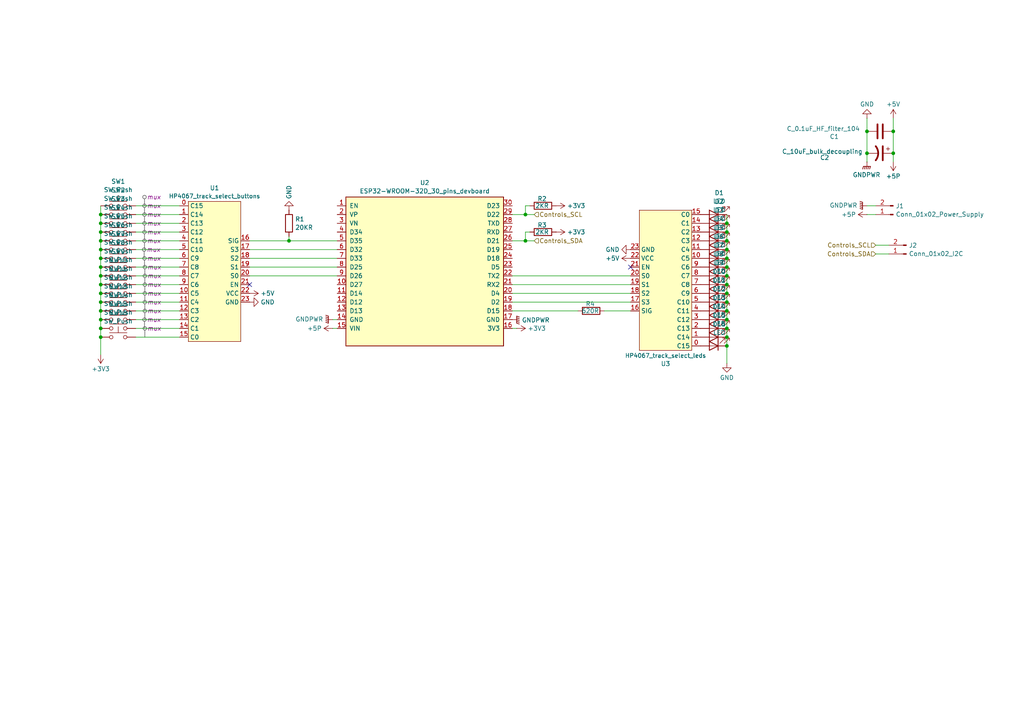
<source format=kicad_sch>
(kicad_sch
	(version 20231120)
	(generator "eeschema")
	(generator_version "8.0")
	(uuid "e498c689-7b91-4b04-a85d-37efd043071d")
	(paper "A4")
	(lib_symbols
		(symbol "Connector:Conn_01x02_Pin"
			(pin_names
				(offset 1.016) hide)
			(exclude_from_sim no)
			(in_bom yes)
			(on_board yes)
			(property "Reference" "J"
				(at 0 2.54 0)
				(effects
					(font
						(size 1.27 1.27)
					)
				)
			)
			(property "Value" "Conn_01x02_Pin"
				(at 0 -5.08 0)
				(effects
					(font
						(size 1.27 1.27)
					)
				)
			)
			(property "Footprint" ""
				(at 0 0 0)
				(effects
					(font
						(size 1.27 1.27)
					)
					(hide yes)
				)
			)
			(property "Datasheet" "~"
				(at 0 0 0)
				(effects
					(font
						(size 1.27 1.27)
					)
					(hide yes)
				)
			)
			(property "Description" "Generic connector, single row, 01x02, script generated"
				(at 0 0 0)
				(effects
					(font
						(size 1.27 1.27)
					)
					(hide yes)
				)
			)
			(property "ki_locked" ""
				(at 0 0 0)
				(effects
					(font
						(size 1.27 1.27)
					)
				)
			)
			(property "ki_keywords" "connector"
				(at 0 0 0)
				(effects
					(font
						(size 1.27 1.27)
					)
					(hide yes)
				)
			)
			(property "ki_fp_filters" "Connector*:*_1x??_*"
				(at 0 0 0)
				(effects
					(font
						(size 1.27 1.27)
					)
					(hide yes)
				)
			)
			(symbol "Conn_01x02_Pin_1_1"
				(polyline
					(pts
						(xy 1.27 -2.54) (xy 0.8636 -2.54)
					)
					(stroke
						(width 0.1524)
						(type default)
					)
					(fill
						(type none)
					)
				)
				(polyline
					(pts
						(xy 1.27 0) (xy 0.8636 0)
					)
					(stroke
						(width 0.1524)
						(type default)
					)
					(fill
						(type none)
					)
				)
				(rectangle
					(start 0.8636 -2.413)
					(end 0 -2.667)
					(stroke
						(width 0.1524)
						(type default)
					)
					(fill
						(type outline)
					)
				)
				(rectangle
					(start 0.8636 0.127)
					(end 0 -0.127)
					(stroke
						(width 0.1524)
						(type default)
					)
					(fill
						(type outline)
					)
				)
				(pin passive line
					(at 5.08 0 180)
					(length 3.81)
					(name "Pin_1"
						(effects
							(font
								(size 1.27 1.27)
							)
						)
					)
					(number "1"
						(effects
							(font
								(size 1.27 1.27)
							)
						)
					)
				)
				(pin passive line
					(at 5.08 -2.54 180)
					(length 3.81)
					(name "Pin_2"
						(effects
							(font
								(size 1.27 1.27)
							)
						)
					)
					(number "2"
						(effects
							(font
								(size 1.27 1.27)
							)
						)
					)
				)
			)
		)
		(symbol "Device:C"
			(pin_numbers hide)
			(pin_names
				(offset 0.254)
			)
			(exclude_from_sim no)
			(in_bom yes)
			(on_board yes)
			(property "Reference" "C"
				(at 0.635 2.54 0)
				(effects
					(font
						(size 1.27 1.27)
					)
					(justify left)
				)
			)
			(property "Value" "C"
				(at 0.635 -2.54 0)
				(effects
					(font
						(size 1.27 1.27)
					)
					(justify left)
				)
			)
			(property "Footprint" ""
				(at 0.9652 -3.81 0)
				(effects
					(font
						(size 1.27 1.27)
					)
					(hide yes)
				)
			)
			(property "Datasheet" "~"
				(at 0 0 0)
				(effects
					(font
						(size 1.27 1.27)
					)
					(hide yes)
				)
			)
			(property "Description" "Unpolarized capacitor"
				(at 0 0 0)
				(effects
					(font
						(size 1.27 1.27)
					)
					(hide yes)
				)
			)
			(property "ki_keywords" "cap capacitor"
				(at 0 0 0)
				(effects
					(font
						(size 1.27 1.27)
					)
					(hide yes)
				)
			)
			(property "ki_fp_filters" "C_*"
				(at 0 0 0)
				(effects
					(font
						(size 1.27 1.27)
					)
					(hide yes)
				)
			)
			(symbol "C_0_1"
				(polyline
					(pts
						(xy -2.032 -0.762) (xy 2.032 -0.762)
					)
					(stroke
						(width 0.508)
						(type default)
					)
					(fill
						(type none)
					)
				)
				(polyline
					(pts
						(xy -2.032 0.762) (xy 2.032 0.762)
					)
					(stroke
						(width 0.508)
						(type default)
					)
					(fill
						(type none)
					)
				)
			)
			(symbol "C_1_1"
				(pin passive line
					(at 0 3.81 270)
					(length 2.794)
					(name "~"
						(effects
							(font
								(size 1.27 1.27)
							)
						)
					)
					(number "1"
						(effects
							(font
								(size 1.27 1.27)
							)
						)
					)
				)
				(pin passive line
					(at 0 -3.81 90)
					(length 2.794)
					(name "~"
						(effects
							(font
								(size 1.27 1.27)
							)
						)
					)
					(number "2"
						(effects
							(font
								(size 1.27 1.27)
							)
						)
					)
				)
			)
		)
		(symbol "Device:C_Polarized_US"
			(pin_numbers hide)
			(pin_names
				(offset 0.254) hide)
			(exclude_from_sim no)
			(in_bom yes)
			(on_board yes)
			(property "Reference" "C"
				(at 0.635 2.54 0)
				(effects
					(font
						(size 1.27 1.27)
					)
					(justify left)
				)
			)
			(property "Value" "C_Polarized_US"
				(at 0.635 -2.54 0)
				(effects
					(font
						(size 1.27 1.27)
					)
					(justify left)
				)
			)
			(property "Footprint" ""
				(at 0 0 0)
				(effects
					(font
						(size 1.27 1.27)
					)
					(hide yes)
				)
			)
			(property "Datasheet" "~"
				(at 0 0 0)
				(effects
					(font
						(size 1.27 1.27)
					)
					(hide yes)
				)
			)
			(property "Description" "Polarized capacitor, US symbol"
				(at 0 0 0)
				(effects
					(font
						(size 1.27 1.27)
					)
					(hide yes)
				)
			)
			(property "ki_keywords" "cap capacitor"
				(at 0 0 0)
				(effects
					(font
						(size 1.27 1.27)
					)
					(hide yes)
				)
			)
			(property "ki_fp_filters" "CP_*"
				(at 0 0 0)
				(effects
					(font
						(size 1.27 1.27)
					)
					(hide yes)
				)
			)
			(symbol "C_Polarized_US_0_1"
				(polyline
					(pts
						(xy -2.032 0.762) (xy 2.032 0.762)
					)
					(stroke
						(width 0.508)
						(type default)
					)
					(fill
						(type none)
					)
				)
				(polyline
					(pts
						(xy -1.778 2.286) (xy -0.762 2.286)
					)
					(stroke
						(width 0)
						(type default)
					)
					(fill
						(type none)
					)
				)
				(polyline
					(pts
						(xy -1.27 1.778) (xy -1.27 2.794)
					)
					(stroke
						(width 0)
						(type default)
					)
					(fill
						(type none)
					)
				)
				(arc
					(start 2.032 -1.27)
					(mid 0 -0.5572)
					(end -2.032 -1.27)
					(stroke
						(width 0.508)
						(type default)
					)
					(fill
						(type none)
					)
				)
			)
			(symbol "C_Polarized_US_1_1"
				(pin passive line
					(at 0 3.81 270)
					(length 2.794)
					(name "~"
						(effects
							(font
								(size 1.27 1.27)
							)
						)
					)
					(number "1"
						(effects
							(font
								(size 1.27 1.27)
							)
						)
					)
				)
				(pin passive line
					(at 0 -3.81 90)
					(length 3.302)
					(name "~"
						(effects
							(font
								(size 1.27 1.27)
							)
						)
					)
					(number "2"
						(effects
							(font
								(size 1.27 1.27)
							)
						)
					)
				)
			)
		)
		(symbol "Device:LED"
			(pin_numbers hide)
			(pin_names
				(offset 1.016) hide)
			(exclude_from_sim no)
			(in_bom yes)
			(on_board yes)
			(property "Reference" "D"
				(at 0 2.54 0)
				(effects
					(font
						(size 1.27 1.27)
					)
				)
			)
			(property "Value" "LED"
				(at 0 -2.54 0)
				(effects
					(font
						(size 1.27 1.27)
					)
				)
			)
			(property "Footprint" ""
				(at 0 0 0)
				(effects
					(font
						(size 1.27 1.27)
					)
					(hide yes)
				)
			)
			(property "Datasheet" "~"
				(at 0 0 0)
				(effects
					(font
						(size 1.27 1.27)
					)
					(hide yes)
				)
			)
			(property "Description" "Light emitting diode"
				(at 0 0 0)
				(effects
					(font
						(size 1.27 1.27)
					)
					(hide yes)
				)
			)
			(property "ki_keywords" "LED diode"
				(at 0 0 0)
				(effects
					(font
						(size 1.27 1.27)
					)
					(hide yes)
				)
			)
			(property "ki_fp_filters" "LED* LED_SMD:* LED_THT:*"
				(at 0 0 0)
				(effects
					(font
						(size 1.27 1.27)
					)
					(hide yes)
				)
			)
			(symbol "LED_0_1"
				(polyline
					(pts
						(xy -1.27 -1.27) (xy -1.27 1.27)
					)
					(stroke
						(width 0.254)
						(type default)
					)
					(fill
						(type none)
					)
				)
				(polyline
					(pts
						(xy -1.27 0) (xy 1.27 0)
					)
					(stroke
						(width 0)
						(type default)
					)
					(fill
						(type none)
					)
				)
				(polyline
					(pts
						(xy 1.27 -1.27) (xy 1.27 1.27) (xy -1.27 0) (xy 1.27 -1.27)
					)
					(stroke
						(width 0.254)
						(type default)
					)
					(fill
						(type none)
					)
				)
				(polyline
					(pts
						(xy -3.048 -0.762) (xy -4.572 -2.286) (xy -3.81 -2.286) (xy -4.572 -2.286) (xy -4.572 -1.524)
					)
					(stroke
						(width 0)
						(type default)
					)
					(fill
						(type none)
					)
				)
				(polyline
					(pts
						(xy -1.778 -0.762) (xy -3.302 -2.286) (xy -2.54 -2.286) (xy -3.302 -2.286) (xy -3.302 -1.524)
					)
					(stroke
						(width 0)
						(type default)
					)
					(fill
						(type none)
					)
				)
			)
			(symbol "LED_1_1"
				(pin passive line
					(at -3.81 0 0)
					(length 2.54)
					(name "K"
						(effects
							(font
								(size 1.27 1.27)
							)
						)
					)
					(number "1"
						(effects
							(font
								(size 1.27 1.27)
							)
						)
					)
				)
				(pin passive line
					(at 3.81 0 180)
					(length 2.54)
					(name "A"
						(effects
							(font
								(size 1.27 1.27)
							)
						)
					)
					(number "2"
						(effects
							(font
								(size 1.27 1.27)
							)
						)
					)
				)
			)
		)
		(symbol "Device:R"
			(pin_numbers hide)
			(pin_names
				(offset 0)
			)
			(exclude_from_sim no)
			(in_bom yes)
			(on_board yes)
			(property "Reference" "R"
				(at 2.032 0 90)
				(effects
					(font
						(size 1.27 1.27)
					)
				)
			)
			(property "Value" "R"
				(at 0 0 90)
				(effects
					(font
						(size 1.27 1.27)
					)
				)
			)
			(property "Footprint" ""
				(at -1.778 0 90)
				(effects
					(font
						(size 1.27 1.27)
					)
					(hide yes)
				)
			)
			(property "Datasheet" "~"
				(at 0 0 0)
				(effects
					(font
						(size 1.27 1.27)
					)
					(hide yes)
				)
			)
			(property "Description" "Resistor"
				(at 0 0 0)
				(effects
					(font
						(size 1.27 1.27)
					)
					(hide yes)
				)
			)
			(property "ki_keywords" "R res resistor"
				(at 0 0 0)
				(effects
					(font
						(size 1.27 1.27)
					)
					(hide yes)
				)
			)
			(property "ki_fp_filters" "R_*"
				(at 0 0 0)
				(effects
					(font
						(size 1.27 1.27)
					)
					(hide yes)
				)
			)
			(symbol "R_0_1"
				(rectangle
					(start -1.016 -2.54)
					(end 1.016 2.54)
					(stroke
						(width 0.254)
						(type default)
					)
					(fill
						(type none)
					)
				)
			)
			(symbol "R_1_1"
				(pin passive line
					(at 0 3.81 270)
					(length 1.27)
					(name "~"
						(effects
							(font
								(size 1.27 1.27)
							)
						)
					)
					(number "1"
						(effects
							(font
								(size 1.27 1.27)
							)
						)
					)
				)
				(pin passive line
					(at 0 -3.81 90)
					(length 1.27)
					(name "~"
						(effects
							(font
								(size 1.27 1.27)
							)
						)
					)
					(number "2"
						(effects
							(font
								(size 1.27 1.27)
							)
						)
					)
				)
			)
		)
		(symbol "Switch:SW_Push"
			(pin_numbers hide)
			(pin_names
				(offset 1.016) hide)
			(exclude_from_sim no)
			(in_bom yes)
			(on_board yes)
			(property "Reference" "SW"
				(at 1.27 2.54 0)
				(effects
					(font
						(size 1.27 1.27)
					)
					(justify left)
				)
			)
			(property "Value" "SW_Push"
				(at 0 -1.524 0)
				(effects
					(font
						(size 1.27 1.27)
					)
				)
			)
			(property "Footprint" ""
				(at 0 5.08 0)
				(effects
					(font
						(size 1.27 1.27)
					)
					(hide yes)
				)
			)
			(property "Datasheet" "~"
				(at 0 5.08 0)
				(effects
					(font
						(size 1.27 1.27)
					)
					(hide yes)
				)
			)
			(property "Description" "Push button switch, generic, two pins"
				(at 0 0 0)
				(effects
					(font
						(size 1.27 1.27)
					)
					(hide yes)
				)
			)
			(property "ki_keywords" "switch normally-open pushbutton push-button"
				(at 0 0 0)
				(effects
					(font
						(size 1.27 1.27)
					)
					(hide yes)
				)
			)
			(symbol "SW_Push_0_1"
				(circle
					(center -2.032 0)
					(radius 0.508)
					(stroke
						(width 0)
						(type default)
					)
					(fill
						(type none)
					)
				)
				(polyline
					(pts
						(xy 0 1.27) (xy 0 3.048)
					)
					(stroke
						(width 0)
						(type default)
					)
					(fill
						(type none)
					)
				)
				(polyline
					(pts
						(xy 2.54 1.27) (xy -2.54 1.27)
					)
					(stroke
						(width 0)
						(type default)
					)
					(fill
						(type none)
					)
				)
				(circle
					(center 2.032 0)
					(radius 0.508)
					(stroke
						(width 0)
						(type default)
					)
					(fill
						(type none)
					)
				)
				(pin passive line
					(at -5.08 0 0)
					(length 2.54)
					(name "1"
						(effects
							(font
								(size 1.27 1.27)
							)
						)
					)
					(number "1"
						(effects
							(font
								(size 1.27 1.27)
							)
						)
					)
				)
				(pin passive line
					(at 5.08 0 180)
					(length 2.54)
					(name "2"
						(effects
							(font
								(size 1.27 1.27)
							)
						)
					)
					(number "2"
						(effects
							(font
								(size 1.27 1.27)
							)
						)
					)
				)
			)
		)
		(symbol "power:+3V3"
			(power)
			(pin_numbers hide)
			(pin_names
				(offset 0) hide)
			(exclude_from_sim no)
			(in_bom yes)
			(on_board yes)
			(property "Reference" "#PWR"
				(at 0 -3.81 0)
				(effects
					(font
						(size 1.27 1.27)
					)
					(hide yes)
				)
			)
			(property "Value" "+3V3"
				(at 0 3.556 0)
				(effects
					(font
						(size 1.27 1.27)
					)
				)
			)
			(property "Footprint" ""
				(at 0 0 0)
				(effects
					(font
						(size 1.27 1.27)
					)
					(hide yes)
				)
			)
			(property "Datasheet" ""
				(at 0 0 0)
				(effects
					(font
						(size 1.27 1.27)
					)
					(hide yes)
				)
			)
			(property "Description" "Power symbol creates a global label with name \"+3V3\""
				(at 0 0 0)
				(effects
					(font
						(size 1.27 1.27)
					)
					(hide yes)
				)
			)
			(property "ki_keywords" "global power"
				(at 0 0 0)
				(effects
					(font
						(size 1.27 1.27)
					)
					(hide yes)
				)
			)
			(symbol "+3V3_0_1"
				(polyline
					(pts
						(xy -0.762 1.27) (xy 0 2.54)
					)
					(stroke
						(width 0)
						(type default)
					)
					(fill
						(type none)
					)
				)
				(polyline
					(pts
						(xy 0 0) (xy 0 2.54)
					)
					(stroke
						(width 0)
						(type default)
					)
					(fill
						(type none)
					)
				)
				(polyline
					(pts
						(xy 0 2.54) (xy 0.762 1.27)
					)
					(stroke
						(width 0)
						(type default)
					)
					(fill
						(type none)
					)
				)
			)
			(symbol "+3V3_1_1"
				(pin power_in line
					(at 0 0 90)
					(length 0)
					(name "~"
						(effects
							(font
								(size 1.27 1.27)
							)
						)
					)
					(number "1"
						(effects
							(font
								(size 1.27 1.27)
							)
						)
					)
				)
			)
		)
		(symbol "power:+5P"
			(power)
			(pin_numbers hide)
			(pin_names
				(offset 0) hide)
			(exclude_from_sim no)
			(in_bom yes)
			(on_board yes)
			(property "Reference" "#PWR"
				(at 0 -3.81 0)
				(effects
					(font
						(size 1.27 1.27)
					)
					(hide yes)
				)
			)
			(property "Value" "+5P"
				(at 0 3.556 0)
				(effects
					(font
						(size 1.27 1.27)
					)
				)
			)
			(property "Footprint" ""
				(at 0 0 0)
				(effects
					(font
						(size 1.27 1.27)
					)
					(hide yes)
				)
			)
			(property "Datasheet" ""
				(at 0 0 0)
				(effects
					(font
						(size 1.27 1.27)
					)
					(hide yes)
				)
			)
			(property "Description" "Power symbol creates a global label with name \"+5P\""
				(at 0 0 0)
				(effects
					(font
						(size 1.27 1.27)
					)
					(hide yes)
				)
			)
			(property "ki_keywords" "global power"
				(at 0 0 0)
				(effects
					(font
						(size 1.27 1.27)
					)
					(hide yes)
				)
			)
			(symbol "+5P_0_1"
				(polyline
					(pts
						(xy -0.762 1.27) (xy 0 2.54)
					)
					(stroke
						(width 0)
						(type default)
					)
					(fill
						(type none)
					)
				)
				(polyline
					(pts
						(xy 0 0) (xy 0 2.54)
					)
					(stroke
						(width 0)
						(type default)
					)
					(fill
						(type none)
					)
				)
				(polyline
					(pts
						(xy 0 2.54) (xy 0.762 1.27)
					)
					(stroke
						(width 0)
						(type default)
					)
					(fill
						(type none)
					)
				)
			)
			(symbol "+5P_1_1"
				(pin power_in line
					(at 0 0 90)
					(length 0)
					(name "~"
						(effects
							(font
								(size 1.27 1.27)
							)
						)
					)
					(number "1"
						(effects
							(font
								(size 1.27 1.27)
							)
						)
					)
				)
			)
		)
		(symbol "power:+5V"
			(power)
			(pin_numbers hide)
			(pin_names
				(offset 0) hide)
			(exclude_from_sim no)
			(in_bom yes)
			(on_board yes)
			(property "Reference" "#PWR"
				(at 0 -3.81 0)
				(effects
					(font
						(size 1.27 1.27)
					)
					(hide yes)
				)
			)
			(property "Value" "+5V"
				(at 0 3.556 0)
				(effects
					(font
						(size 1.27 1.27)
					)
				)
			)
			(property "Footprint" ""
				(at 0 0 0)
				(effects
					(font
						(size 1.27 1.27)
					)
					(hide yes)
				)
			)
			(property "Datasheet" ""
				(at 0 0 0)
				(effects
					(font
						(size 1.27 1.27)
					)
					(hide yes)
				)
			)
			(property "Description" "Power symbol creates a global label with name \"+5V\""
				(at 0 0 0)
				(effects
					(font
						(size 1.27 1.27)
					)
					(hide yes)
				)
			)
			(property "ki_keywords" "global power"
				(at 0 0 0)
				(effects
					(font
						(size 1.27 1.27)
					)
					(hide yes)
				)
			)
			(symbol "+5V_0_1"
				(polyline
					(pts
						(xy -0.762 1.27) (xy 0 2.54)
					)
					(stroke
						(width 0)
						(type default)
					)
					(fill
						(type none)
					)
				)
				(polyline
					(pts
						(xy 0 0) (xy 0 2.54)
					)
					(stroke
						(width 0)
						(type default)
					)
					(fill
						(type none)
					)
				)
				(polyline
					(pts
						(xy 0 2.54) (xy 0.762 1.27)
					)
					(stroke
						(width 0)
						(type default)
					)
					(fill
						(type none)
					)
				)
			)
			(symbol "+5V_1_1"
				(pin power_in line
					(at 0 0 90)
					(length 0)
					(name "~"
						(effects
							(font
								(size 1.27 1.27)
							)
						)
					)
					(number "1"
						(effects
							(font
								(size 1.27 1.27)
							)
						)
					)
				)
			)
		)
		(symbol "power:GND"
			(power)
			(pin_numbers hide)
			(pin_names
				(offset 0) hide)
			(exclude_from_sim no)
			(in_bom yes)
			(on_board yes)
			(property "Reference" "#PWR"
				(at 0 -6.35 0)
				(effects
					(font
						(size 1.27 1.27)
					)
					(hide yes)
				)
			)
			(property "Value" "GND"
				(at 0 -3.81 0)
				(effects
					(font
						(size 1.27 1.27)
					)
				)
			)
			(property "Footprint" ""
				(at 0 0 0)
				(effects
					(font
						(size 1.27 1.27)
					)
					(hide yes)
				)
			)
			(property "Datasheet" ""
				(at 0 0 0)
				(effects
					(font
						(size 1.27 1.27)
					)
					(hide yes)
				)
			)
			(property "Description" "Power symbol creates a global label with name \"GND\" , ground"
				(at 0 0 0)
				(effects
					(font
						(size 1.27 1.27)
					)
					(hide yes)
				)
			)
			(property "ki_keywords" "global power"
				(at 0 0 0)
				(effects
					(font
						(size 1.27 1.27)
					)
					(hide yes)
				)
			)
			(symbol "GND_0_1"
				(polyline
					(pts
						(xy 0 0) (xy 0 -1.27) (xy 1.27 -1.27) (xy 0 -2.54) (xy -1.27 -1.27) (xy 0 -1.27)
					)
					(stroke
						(width 0)
						(type default)
					)
					(fill
						(type none)
					)
				)
			)
			(symbol "GND_1_1"
				(pin power_in line
					(at 0 0 270)
					(length 0)
					(name "~"
						(effects
							(font
								(size 1.27 1.27)
							)
						)
					)
					(number "1"
						(effects
							(font
								(size 1.27 1.27)
							)
						)
					)
				)
			)
		)
		(symbol "power:GNDPWR"
			(power)
			(pin_numbers hide)
			(pin_names
				(offset 0) hide)
			(exclude_from_sim no)
			(in_bom yes)
			(on_board yes)
			(property "Reference" "#PWR"
				(at 0 -5.08 0)
				(effects
					(font
						(size 1.27 1.27)
					)
					(hide yes)
				)
			)
			(property "Value" "GNDPWR"
				(at 0 -3.302 0)
				(effects
					(font
						(size 1.27 1.27)
					)
				)
			)
			(property "Footprint" ""
				(at 0 -1.27 0)
				(effects
					(font
						(size 1.27 1.27)
					)
					(hide yes)
				)
			)
			(property "Datasheet" ""
				(at 0 -1.27 0)
				(effects
					(font
						(size 1.27 1.27)
					)
					(hide yes)
				)
			)
			(property "Description" "Power symbol creates a global label with name \"GNDPWR\" , global ground"
				(at 0 0 0)
				(effects
					(font
						(size 1.27 1.27)
					)
					(hide yes)
				)
			)
			(property "ki_keywords" "global ground"
				(at 0 0 0)
				(effects
					(font
						(size 1.27 1.27)
					)
					(hide yes)
				)
			)
			(symbol "GNDPWR_0_1"
				(polyline
					(pts
						(xy 0 -1.27) (xy 0 0)
					)
					(stroke
						(width 0)
						(type default)
					)
					(fill
						(type none)
					)
				)
				(polyline
					(pts
						(xy -1.016 -1.27) (xy -1.27 -2.032) (xy -1.27 -2.032)
					)
					(stroke
						(width 0.2032)
						(type default)
					)
					(fill
						(type none)
					)
				)
				(polyline
					(pts
						(xy -0.508 -1.27) (xy -0.762 -2.032) (xy -0.762 -2.032)
					)
					(stroke
						(width 0.2032)
						(type default)
					)
					(fill
						(type none)
					)
				)
				(polyline
					(pts
						(xy 0 -1.27) (xy -0.254 -2.032) (xy -0.254 -2.032)
					)
					(stroke
						(width 0.2032)
						(type default)
					)
					(fill
						(type none)
					)
				)
				(polyline
					(pts
						(xy 0.508 -1.27) (xy 0.254 -2.032) (xy 0.254 -2.032)
					)
					(stroke
						(width 0.2032)
						(type default)
					)
					(fill
						(type none)
					)
				)
				(polyline
					(pts
						(xy 1.016 -1.27) (xy -1.016 -1.27) (xy -1.016 -1.27)
					)
					(stroke
						(width 0.2032)
						(type default)
					)
					(fill
						(type none)
					)
				)
				(polyline
					(pts
						(xy 1.016 -1.27) (xy 0.762 -2.032) (xy 0.762 -2.032) (xy 0.762 -2.032)
					)
					(stroke
						(width 0.2032)
						(type default)
					)
					(fill
						(type none)
					)
				)
			)
			(symbol "GNDPWR_1_1"
				(pin power_in line
					(at 0 0 270)
					(length 0)
					(name "~"
						(effects
							(font
								(size 1.27 1.27)
							)
						)
					)
					(number "1"
						(effects
							(font
								(size 1.27 1.27)
							)
						)
					)
				)
			)
		)
		(symbol "sequencer_library:ESP32-WROOM-32D_30_pins_devboard"
			(pin_names
				(offset 1.016)
			)
			(exclude_from_sim no)
			(in_bom yes)
			(on_board yes)
			(property "Reference" "U"
				(at -22.86 25.4 0)
				(effects
					(font
						(size 1.27 1.27)
					)
					(justify left)
				)
			)
			(property "Value" "ESP32-WROOM-32D_30_pins_devboard"
				(at -22.86 22.86 0)
				(effects
					(font
						(size 1.27 1.27)
					)
					(justify left)
				)
			)
			(property "Footprint" "sequencer:ESP32-WROOM-32D_30_pins_devboard"
				(at 0 -25.4 0)
				(show_name)
				(effects
					(font
						(size 1.27 1.27)
					)
					(hide yes)
				)
			)
			(property "Datasheet" ""
				(at 8.89 -27.94 0)
				(effects
					(font
						(size 1.27 1.27)
					)
					(hide yes)
				)
			)
			(property "Description" "ESP32-WROOM-32D_30_pins_devboard"
				(at -0.254 -20.32 0)
				(effects
					(font
						(size 1.27 1.27)
					)
					(hide yes)
				)
			)
			(symbol "ESP32-WROOM-32D_30_pins_devboard_0_1"
				(rectangle
					(start -22.86 20.32)
					(end 22.86 -22.86)
					(stroke
						(width 0.254)
						(type default)
					)
					(fill
						(type background)
					)
				)
			)
			(symbol "ESP32-WROOM-32D_30_pins_devboard_1_0"
				(pin passive line
					(at -25.4 -15.24 0)
					(length 2.54)
					(name "GND"
						(effects
							(font
								(size 1.27 1.27)
							)
						)
					)
					(number "14"
						(effects
							(font
								(size 1.27 1.27)
							)
						)
					)
				)
				(pin bidirectional line
					(at -25.4 15.24 0)
					(length 2.54)
					(name "VP"
						(effects
							(font
								(size 1.27 1.27)
							)
						)
					)
					(number "2"
						(effects
							(font
								(size 1.27 1.27)
							)
						)
					)
				)
				(pin bidirectional line
					(at 25.4 17.78 180)
					(length 2.54)
					(name "D23"
						(effects
							(font
								(size 1.27 1.27)
							)
						)
					)
					(number "30"
						(effects
							(font
								(size 1.27 1.27)
							)
						)
					)
				)
			)
			(symbol "ESP32-WROOM-32D_30_pins_devboard_1_1"
				(pin input line
					(at -25.4 17.78 0)
					(length 2.54)
					(name "EN"
						(effects
							(font
								(size 1.27 1.27)
							)
						)
					)
					(number "1"
						(effects
							(font
								(size 1.27 1.27)
							)
						)
					)
				)
				(pin bidirectional line
					(at -25.4 -5.08 0)
					(length 2.54)
					(name "D27"
						(effects
							(font
								(size 1.27 1.27)
							)
						)
					)
					(number "10"
						(effects
							(font
								(size 1.27 1.27)
							)
						)
					)
					(alternate "GPIO6/ADC1_CH6" bidirectional line)
					(alternate "GPIO6/FSPICLK" bidirectional line)
					(alternate "GPIO6/LP_GPIO6" bidirectional line)
					(alternate "GPIO6/LP_I2C_SDA" bidirectional line)
					(alternate "GPIO6/MTCK" bidirectional line)
				)
				(pin bidirectional line
					(at -25.4 -7.62 0)
					(length 2.54)
					(name "D14"
						(effects
							(font
								(size 1.27 1.27)
							)
						)
					)
					(number "11"
						(effects
							(font
								(size 1.27 1.27)
							)
						)
					)
				)
				(pin bidirectional line
					(at -25.4 -10.16 0)
					(length 2.54)
					(name "D12"
						(effects
							(font
								(size 1.27 1.27)
							)
						)
					)
					(number "12"
						(effects
							(font
								(size 1.27 1.27)
							)
						)
					)
				)
				(pin bidirectional line
					(at -25.4 -12.7 0)
					(length 2.54)
					(name "D13"
						(effects
							(font
								(size 1.27 1.27)
							)
						)
					)
					(number "13"
						(effects
							(font
								(size 1.27 1.27)
							)
						)
					)
				)
				(pin power_in line
					(at -25.4 -17.78 0)
					(length 2.54)
					(name "VIN"
						(effects
							(font
								(size 1.27 1.27)
							)
						)
					)
					(number "15"
						(effects
							(font
								(size 1.27 1.27)
							)
						)
					)
				)
				(pin power_in line
					(at 25.4 -17.78 180)
					(length 2.54)
					(name "3V3"
						(effects
							(font
								(size 1.27 1.27)
							)
						)
					)
					(number "16"
						(effects
							(font
								(size 1.27 1.27)
							)
						)
					)
				)
				(pin passive line
					(at 25.4 -15.24 180)
					(length 2.54)
					(name "GND"
						(effects
							(font
								(size 1.27 1.27)
							)
						)
					)
					(number "17"
						(effects
							(font
								(size 1.27 1.27)
							)
						)
					)
					(alternate "GPIO12" bidirectional line)
				)
				(pin bidirectional line
					(at 25.4 -12.7 180)
					(length 2.54)
					(name "D15"
						(effects
							(font
								(size 1.27 1.27)
							)
						)
					)
					(number "18"
						(effects
							(font
								(size 1.27 1.27)
							)
						)
					)
					(alternate "GPIO13" bidirectional line)
				)
				(pin bidirectional line
					(at 25.4 -10.16 180)
					(length 2.54)
					(name "D2"
						(effects
							(font
								(size 1.27 1.27)
							)
						)
					)
					(number "19"
						(effects
							(font
								(size 1.27 1.27)
							)
						)
					)
				)
				(pin bidirectional line
					(at 25.4 -7.62 180)
					(length 2.54)
					(name "D4"
						(effects
							(font
								(size 1.27 1.27)
							)
						)
					)
					(number "20"
						(effects
							(font
								(size 1.27 1.27)
							)
						)
					)
				)
				(pin bidirectional line
					(at 25.4 -5.08 180)
					(length 2.54)
					(name "RX2"
						(effects
							(font
								(size 1.27 1.27)
							)
						)
					)
					(number "21"
						(effects
							(font
								(size 1.27 1.27)
							)
						)
					)
				)
				(pin bidirectional line
					(at 25.4 -2.54 180)
					(length 2.54)
					(name "TX2"
						(effects
							(font
								(size 1.27 1.27)
							)
						)
					)
					(number "22"
						(effects
							(font
								(size 1.27 1.27)
							)
						)
					)
					(alternate "GPIO18/FSPICS2" bidirectional line)
					(alternate "GPIO18/SDIO_CMD" bidirectional line)
				)
				(pin bidirectional line
					(at 25.4 0 180)
					(length 2.54)
					(name "D5"
						(effects
							(font
								(size 1.27 1.27)
							)
						)
					)
					(number "23"
						(effects
							(font
								(size 1.27 1.27)
							)
						)
					)
					(alternate "GPIO19/FSPICS3" bidirectional line)
					(alternate "GPIO19/SDIO_CLK" bidirectional line)
				)
				(pin bidirectional line
					(at 25.4 2.54 180)
					(length 2.54)
					(name "D18"
						(effects
							(font
								(size 1.27 1.27)
							)
						)
					)
					(number "24"
						(effects
							(font
								(size 1.27 1.27)
							)
						)
					)
					(alternate "GPIO20/FSPICS4" bidirectional line)
					(alternate "GPIO20/SDIO_DATA0" bidirectional line)
				)
				(pin bidirectional line
					(at 25.4 5.08 180)
					(length 2.54)
					(name "D19"
						(effects
							(font
								(size 1.27 1.27)
							)
						)
					)
					(number "25"
						(effects
							(font
								(size 1.27 1.27)
							)
						)
					)
					(alternate "GPIO21/FSPICS5" bidirectional line)
					(alternate "GPIO21/SDIO_DATA1" bidirectional line)
				)
				(pin bidirectional line
					(at 25.4 7.62 180)
					(length 2.54)
					(name "D21"
						(effects
							(font
								(size 1.27 1.27)
							)
						)
					)
					(number "26"
						(effects
							(font
								(size 1.27 1.27)
							)
						)
					)
					(alternate "GPIO22/SDIO_DATA2" bidirectional line)
				)
				(pin bidirectional line
					(at 25.4 10.16 180)
					(length 2.54)
					(name "RXD"
						(effects
							(font
								(size 1.27 1.27)
							)
						)
					)
					(number "27"
						(effects
							(font
								(size 1.27 1.27)
							)
						)
					)
					(alternate "GPIO23/SDIO_DATA3" bidirectional line)
				)
				(pin bidirectional line
					(at 25.4 12.7 180)
					(length 2.54)
					(name "TXD"
						(effects
							(font
								(size 1.27 1.27)
							)
						)
					)
					(number "28"
						(effects
							(font
								(size 1.27 1.27)
							)
						)
					)
					(alternate "GPIO17" bidirectional line)
					(alternate "GPIO17/FSPICS1" bidirectional line)
				)
				(pin bidirectional line
					(at 25.4 15.24 180)
					(length 2.54)
					(name "D22"
						(effects
							(font
								(size 1.27 1.27)
							)
						)
					)
					(number "29"
						(effects
							(font
								(size 1.27 1.27)
							)
						)
					)
					(alternate "GPIO16" bidirectional line)
					(alternate "GPIO16/FSPICS0" bidirectional line)
				)
				(pin bidirectional line
					(at -25.4 12.7 0)
					(length 2.54)
					(name "VN"
						(effects
							(font
								(size 1.27 1.27)
							)
						)
					)
					(number "3"
						(effects
							(font
								(size 1.27 1.27)
							)
						)
					)
					(alternate "GPIO2/ADC1_CH2" bidirectional line)
					(alternate "GPIO2/FSPIQ" bidirectional line)
					(alternate "GPIO2/LP_GPIO2" bidirectional line)
					(alternate "GPIO2/LP_UART_RTSN" bidirectional line)
				)
				(pin bidirectional line
					(at -25.4 10.16 0)
					(length 2.54)
					(name "D34"
						(effects
							(font
								(size 1.27 1.27)
							)
						)
					)
					(number "4"
						(effects
							(font
								(size 1.27 1.27)
							)
						)
					)
					(alternate "GPIO3/ADC1_CH3" bidirectional line)
					(alternate "GPIO3/LP_GPIO3" bidirectional line)
					(alternate "GPIO3/LP_UART_CTSN" bidirectional line)
				)
				(pin bidirectional line
					(at -25.4 7.62 0)
					(length 2.54)
					(name "D35"
						(effects
							(font
								(size 1.27 1.27)
							)
						)
					)
					(number "5"
						(effects
							(font
								(size 1.27 1.27)
							)
						)
					)
					(alternate "GPIO4" bidirectional line)
					(alternate "GPIO4/ADC1_CH4" bidirectional line)
					(alternate "GPIO4/FSPIHD" bidirectional line)
					(alternate "GPIO4/LP_GPIO4" bidirectional line)
					(alternate "GPIO4/LP_UART_RXD" bidirectional line)
				)
				(pin bidirectional line
					(at -25.4 5.08 0)
					(length 2.54)
					(name "D32"
						(effects
							(font
								(size 1.27 1.27)
							)
						)
					)
					(number "6"
						(effects
							(font
								(size 1.27 1.27)
							)
						)
					)
					(alternate "GPIO5" bidirectional line)
					(alternate "GPIO5/ADC1_CH5" bidirectional line)
					(alternate "GPIO5/FSPIWP" bidirectional line)
					(alternate "GPIO5/LP_GPIO5" bidirectional line)
					(alternate "GPIO5/LP_UART_TXD" bidirectional line)
				)
				(pin bidirectional line
					(at -25.4 2.54 0)
					(length 2.54)
					(name "D33"
						(effects
							(font
								(size 1.27 1.27)
							)
						)
					)
					(number "7"
						(effects
							(font
								(size 1.27 1.27)
							)
						)
					)
					(alternate "GPIO0/ADC1_CH0" bidirectional line)
					(alternate "GPIO0/LP_GPIO0" bidirectional line)
					(alternate "GPIO0/LP_UART_DTRN" bidirectional line)
					(alternate "GPIO0/XTAL_32K_P" bidirectional line)
				)
				(pin bidirectional line
					(at -25.4 0 0)
					(length 2.54)
					(name "D25"
						(effects
							(font
								(size 1.27 1.27)
							)
						)
					)
					(number "8"
						(effects
							(font
								(size 1.27 1.27)
							)
						)
					)
					(alternate "GPIO1/ADC1_CH1" bidirectional line)
					(alternate "GPIO1/LP_GPIO1" bidirectional line)
					(alternate "GPIO1/LP_UART_DSRN" bidirectional line)
					(alternate "GPIO1/XTAL_32K_N" bidirectional line)
				)
				(pin bidirectional line
					(at -25.4 -2.54 0)
					(length 2.54)
					(name "D26"
						(effects
							(font
								(size 1.27 1.27)
							)
						)
					)
					(number "9"
						(effects
							(font
								(size 1.27 1.27)
							)
						)
					)
				)
			)
		)
		(symbol "sequencer_library:HP4067_16_ch_analog_mutiplexer_devboard"
			(exclude_from_sim no)
			(in_bom yes)
			(on_board yes)
			(property "Reference" "U"
				(at 0 2.54 0)
				(effects
					(font
						(size 1.27 1.27)
					)
				)
			)
			(property "Value" "HP4067_16_ch_analog_mutiplexer_devboard"
				(at 10.16 -19.05 90)
				(effects
					(font
						(size 1.2 1.2)
					)
				)
			)
			(property "Footprint" "sequencer:HP4067_16_ch_analog_mutiplexer_devboard"
				(at 7.874 8.382 0)
				(effects
					(font
						(size 1.27 1.27)
					)
					(hide yes)
				)
			)
			(property "Datasheet" ""
				(at 0 0 0)
				(effects
					(font
						(size 1.27 1.27)
					)
					(hide yes)
				)
			)
			(property "Description" ""
				(at 0 0 0)
				(effects
					(font
						(size 1.27 1.27)
					)
					(hide yes)
				)
			)
			(symbol "HP4067_16_ch_analog_mutiplexer_devboard_1_0"
				(pin bidirectional line
					(at 0 0 0)
					(length 2.54)
					(name "C15"
						(effects
							(font
								(size 1.27 1.27)
							)
						)
					)
					(number "0"
						(effects
							(font
								(size 1.27 1.27)
							)
						)
					)
				)
				(pin bidirectional line
					(at 0 -2.54 0)
					(length 2.54)
					(name "C14"
						(effects
							(font
								(size 1.27 1.27)
							)
						)
					)
					(number "1"
						(effects
							(font
								(size 1.27 1.27)
							)
						)
					)
				)
				(pin bidirectional line
					(at 0 -25.4 0)
					(length 2.54)
					(name "C5"
						(effects
							(font
								(size 1.27 1.27)
							)
						)
					)
					(number "10"
						(effects
							(font
								(size 1.27 1.27)
							)
						)
					)
				)
				(pin bidirectional line
					(at 0 -27.94 0)
					(length 2.54)
					(name "C4"
						(effects
							(font
								(size 1.27 1.27)
							)
						)
					)
					(number "11"
						(effects
							(font
								(size 1.27 1.27)
							)
						)
					)
				)
				(pin bidirectional line
					(at 0 -30.48 0)
					(length 2.54)
					(name "C3"
						(effects
							(font
								(size 1.27 1.27)
							)
						)
					)
					(number "12"
						(effects
							(font
								(size 1.27 1.27)
							)
						)
					)
				)
				(pin bidirectional line
					(at 0 -33.02 0)
					(length 2.54)
					(name "C2"
						(effects
							(font
								(size 1.27 1.27)
							)
						)
					)
					(number "13"
						(effects
							(font
								(size 1.27 1.27)
							)
						)
					)
				)
				(pin bidirectional line
					(at 0 -35.56 0)
					(length 2.54)
					(name "C1"
						(effects
							(font
								(size 1.27 1.27)
							)
						)
					)
					(number "14"
						(effects
							(font
								(size 1.27 1.27)
							)
						)
					)
				)
				(pin bidirectional line
					(at 0 -38.1 0)
					(length 2.54)
					(name "C0"
						(effects
							(font
								(size 1.27 1.27)
							)
						)
					)
					(number "15"
						(effects
							(font
								(size 1.27 1.27)
							)
						)
					)
				)
				(pin bidirectional line
					(at 20.32 -10.16 180)
					(length 2.54)
					(name "SIG"
						(effects
							(font
								(size 1.27 1.27)
							)
						)
					)
					(number "16"
						(effects
							(font
								(size 1.27 1.27)
							)
						)
					)
				)
				(pin input line
					(at 20.32 -12.7 180)
					(length 2.54)
					(name "S3"
						(effects
							(font
								(size 1.27 1.27)
							)
						)
					)
					(number "17"
						(effects
							(font
								(size 1.27 1.27)
							)
						)
					)
				)
				(pin input line
					(at 20.32 -15.24 180)
					(length 2.54)
					(name "S2"
						(effects
							(font
								(size 1.27 1.27)
							)
						)
					)
					(number "18"
						(effects
							(font
								(size 1.27 1.27)
							)
						)
					)
				)
				(pin input line
					(at 20.32 -17.78 180)
					(length 2.54)
					(name "S1"
						(effects
							(font
								(size 1.27 1.27)
							)
						)
					)
					(number "19"
						(effects
							(font
								(size 1.27 1.27)
							)
						)
					)
				)
				(pin bidirectional line
					(at 0 -5.08 0)
					(length 2.54)
					(name "C13"
						(effects
							(font
								(size 1.27 1.27)
							)
						)
					)
					(number "2"
						(effects
							(font
								(size 1.27 1.27)
							)
						)
					)
				)
				(pin input line
					(at 20.32 -20.32 180)
					(length 2.54)
					(name "S0"
						(effects
							(font
								(size 1.27 1.27)
							)
						)
					)
					(number "20"
						(effects
							(font
								(size 1.27 1.27)
							)
						)
					)
				)
				(pin input line
					(at 20.32 -22.86 180)
					(length 2.54)
					(name "EN"
						(effects
							(font
								(size 1.27 1.27)
							)
						)
					)
					(number "21"
						(effects
							(font
								(size 1.27 1.27)
							)
						)
					)
				)
				(pin power_in line
					(at 20.32 -25.4 180)
					(length 2.54)
					(name "VCC"
						(effects
							(font
								(size 1.27 1.27)
							)
						)
					)
					(number "22"
						(effects
							(font
								(size 1.27 1.27)
							)
						)
					)
				)
				(pin passive line
					(at 20.32 -27.94 180)
					(length 2.54)
					(name "GND"
						(effects
							(font
								(size 1.27 1.27)
							)
						)
					)
					(number "23"
						(effects
							(font
								(size 1.27 1.27)
							)
						)
					)
				)
				(pin bidirectional line
					(at 0 -7.62 0)
					(length 2.54)
					(name "C12"
						(effects
							(font
								(size 1.27 1.27)
							)
						)
					)
					(number "3"
						(effects
							(font
								(size 1.27 1.27)
							)
						)
					)
				)
				(pin bidirectional line
					(at 0 -10.16 0)
					(length 2.54)
					(name "C11"
						(effects
							(font
								(size 1.27 1.27)
							)
						)
					)
					(number "4"
						(effects
							(font
								(size 1.27 1.27)
							)
						)
					)
				)
				(pin bidirectional line
					(at 0 -12.7 0)
					(length 2.54)
					(name "C10"
						(effects
							(font
								(size 1.27 1.27)
							)
						)
					)
					(number "5"
						(effects
							(font
								(size 1.27 1.27)
							)
						)
					)
				)
				(pin bidirectional line
					(at 0 -15.24 0)
					(length 2.54)
					(name "C9"
						(effects
							(font
								(size 1.27 1.27)
							)
						)
					)
					(number "6"
						(effects
							(font
								(size 1.27 1.27)
							)
						)
					)
				)
				(pin bidirectional line
					(at 0 -17.78 0)
					(length 2.54)
					(name "C8"
						(effects
							(font
								(size 1.27 1.27)
							)
						)
					)
					(number "7"
						(effects
							(font
								(size 1.27 1.27)
							)
						)
					)
				)
				(pin bidirectional line
					(at 0 -20.32 0)
					(length 2.54)
					(name "C7"
						(effects
							(font
								(size 1.27 1.27)
							)
						)
					)
					(number "8"
						(effects
							(font
								(size 1.27 1.27)
							)
						)
					)
				)
				(pin bidirectional line
					(at 0 -22.86 0)
					(length 2.54)
					(name "C6"
						(effects
							(font
								(size 1.27 1.27)
							)
						)
					)
					(number "9"
						(effects
							(font
								(size 1.27 1.27)
							)
						)
					)
				)
			)
			(symbol "HP4067_16_ch_analog_mutiplexer_devboard_1_1"
				(rectangle
					(start 2.54 1.27)
					(end 17.78 -39.37)
					(stroke
						(width 0)
						(type default)
					)
					(fill
						(type background)
					)
				)
			)
		)
	)
	(junction
		(at 29.21 62.23)
		(diameter 0)
		(color 0 0 0 0)
		(uuid "07cd19eb-6d79-49b5-9b93-2772f252834b")
	)
	(junction
		(at 251.46 38.1)
		(diameter 0)
		(color 0 0 0 0)
		(uuid "182e354e-1158-495e-8b02-7f75c888dd14")
	)
	(junction
		(at 210.82 72.39)
		(diameter 0)
		(color 0 0 0 0)
		(uuid "1e5de2f5-cefb-4482-96eb-0988d804beb5")
	)
	(junction
		(at 83.82 69.85)
		(diameter 0)
		(color 0 0 0 0)
		(uuid "215826d3-bb5f-4962-9639-2d1291fd2acb")
	)
	(junction
		(at 210.82 77.47)
		(diameter 0)
		(color 0 0 0 0)
		(uuid "23d0b116-096d-4ee3-a644-46defb4f09d5")
	)
	(junction
		(at 29.21 90.17)
		(diameter 0)
		(color 0 0 0 0)
		(uuid "26b9a837-3876-4194-8d29-62a22858d609")
	)
	(junction
		(at 210.82 69.85)
		(diameter 0)
		(color 0 0 0 0)
		(uuid "28293b23-560e-44ee-978b-e8ff83dfd1b1")
	)
	(junction
		(at 152.4 69.85)
		(diameter 0)
		(color 0 0 0 0)
		(uuid "28bb0f0c-8fb9-485b-9cd6-56f2734f6a58")
	)
	(junction
		(at 29.21 80.01)
		(diameter 0)
		(color 0 0 0 0)
		(uuid "299719fd-933d-44db-a8a8-e087cbfc84f4")
	)
	(junction
		(at 251.46 44.45)
		(diameter 0)
		(color 0 0 0 0)
		(uuid "2f391839-81e1-421d-887d-0b1bd8572aa3")
	)
	(junction
		(at 210.82 90.17)
		(diameter 0)
		(color 0 0 0 0)
		(uuid "3142deb1-3063-4ed6-8960-dd81b5e75f69")
	)
	(junction
		(at 29.21 85.09)
		(diameter 0)
		(color 0 0 0 0)
		(uuid "388b7ec6-77d9-468a-9b3b-657fe822e363")
	)
	(junction
		(at 210.82 100.33)
		(diameter 0)
		(color 0 0 0 0)
		(uuid "39f2e2e6-a01f-4231-bcec-c53ef68a4bc9")
	)
	(junction
		(at 210.82 80.01)
		(diameter 0)
		(color 0 0 0 0)
		(uuid "3b21ed77-b006-4665-8962-5c9a0fd5c30f")
	)
	(junction
		(at 29.21 92.71)
		(diameter 0)
		(color 0 0 0 0)
		(uuid "49a80363-bbe1-42b5-b4e1-6abfa9f1fc1e")
	)
	(junction
		(at 210.82 87.63)
		(diameter 0)
		(color 0 0 0 0)
		(uuid "4b9624cf-da8b-44c1-9892-eaad7ab37438")
	)
	(junction
		(at 259.08 38.1)
		(diameter 0)
		(color 0 0 0 0)
		(uuid "4e462120-a044-45d1-89f7-7133b9c85697")
	)
	(junction
		(at 29.21 82.55)
		(diameter 0)
		(color 0 0 0 0)
		(uuid "6ef235d7-e842-4a13-bd7b-3ff74dd37b42")
	)
	(junction
		(at 29.21 64.77)
		(diameter 0)
		(color 0 0 0 0)
		(uuid "6f0777ff-df3c-4876-95fa-c1f8701295d3")
	)
	(junction
		(at 29.21 95.25)
		(diameter 0)
		(color 0 0 0 0)
		(uuid "75fd8aa1-62aa-4359-b232-84e491e5983b")
	)
	(junction
		(at 210.82 95.25)
		(diameter 0)
		(color 0 0 0 0)
		(uuid "8774d44f-6ebf-46af-92d7-64836d5caefd")
	)
	(junction
		(at 210.82 64.77)
		(diameter 0)
		(color 0 0 0 0)
		(uuid "8bffdb8c-e068-4590-91b9-198deaed4071")
	)
	(junction
		(at 29.21 72.39)
		(diameter 0)
		(color 0 0 0 0)
		(uuid "8fa8a8b9-6510-4567-957d-00e6b1967542")
	)
	(junction
		(at 152.4 62.23)
		(diameter 0)
		(color 0 0 0 0)
		(uuid "9718c382-54aa-4ab1-ab3d-1a08918a111e")
	)
	(junction
		(at 259.08 44.45)
		(diameter 0)
		(color 0 0 0 0)
		(uuid "a0a65f94-6b44-43ac-9e89-ee0507ae442d")
	)
	(junction
		(at 210.82 74.93)
		(diameter 0)
		(color 0 0 0 0)
		(uuid "a481d62f-bfeb-4a7e-85b8-74aa07fc7ef9")
	)
	(junction
		(at 29.21 67.31)
		(diameter 0)
		(color 0 0 0 0)
		(uuid "a51bf618-d429-4e21-93a1-4d62aed0be32")
	)
	(junction
		(at 29.21 74.93)
		(diameter 0)
		(color 0 0 0 0)
		(uuid "aa9d81d9-e996-473e-822e-b04c2387bf48")
	)
	(junction
		(at 29.21 97.79)
		(diameter 0)
		(color 0 0 0 0)
		(uuid "ac9ae37e-66b0-4b94-b8bc-2307a101886c")
	)
	(junction
		(at 29.21 87.63)
		(diameter 0)
		(color 0 0 0 0)
		(uuid "c69442b0-4723-49e6-ade7-d42cc9a96535")
	)
	(junction
		(at 210.82 82.55)
		(diameter 0)
		(color 0 0 0 0)
		(uuid "c76f43ce-6d5a-458c-a8d5-e75daf62c487")
	)
	(junction
		(at 29.21 77.47)
		(diameter 0)
		(color 0 0 0 0)
		(uuid "c9bb3de6-5c6f-403f-93f5-f74ed70f38ae")
	)
	(junction
		(at 210.82 85.09)
		(diameter 0)
		(color 0 0 0 0)
		(uuid "d7dcc953-510f-45b7-afc2-a96f2f287311")
	)
	(junction
		(at 210.82 92.71)
		(diameter 0)
		(color 0 0 0 0)
		(uuid "eb490b05-5834-43a8-aab2-afe2eb0767d5")
	)
	(junction
		(at 210.82 97.79)
		(diameter 0)
		(color 0 0 0 0)
		(uuid "eb7104e4-0b4b-4a65-81c7-83b82f833a0f")
	)
	(junction
		(at 210.82 67.31)
		(diameter 0)
		(color 0 0 0 0)
		(uuid "ed892d11-8035-4dbf-b71c-ec5122950e19")
	)
	(junction
		(at 29.21 69.85)
		(diameter 0)
		(color 0 0 0 0)
		(uuid "f13409a8-c0b8-4203-90e0-4b7414ffbad6")
	)
	(no_connect
		(at 182.88 77.47)
		(uuid "038a3300-d720-4177-ad61-a203cbf91f6e")
	)
	(no_connect
		(at 72.39 82.55)
		(uuid "778345df-09e6-46b2-9d38-57989e40ed59")
	)
	(wire
		(pts
			(xy 39.37 74.93) (xy 52.07 74.93)
		)
		(stroke
			(width 0)
			(type default)
		)
		(uuid "055704a2-de25-4d74-a2d1-428849d24ff3")
	)
	(wire
		(pts
			(xy 29.21 87.63) (xy 29.21 90.17)
		)
		(stroke
			(width 0)
			(type default)
		)
		(uuid "0800bc58-827f-4d95-afcd-bd80328aec97")
	)
	(wire
		(pts
			(xy 72.39 69.85) (xy 83.82 69.85)
		)
		(stroke
			(width 0)
			(type default)
		)
		(uuid "0adf0477-0755-4779-84dc-f657e16c2d10")
	)
	(wire
		(pts
			(xy 152.4 62.23) (xy 154.94 62.23)
		)
		(stroke
			(width 0)
			(type default)
		)
		(uuid "0e0a7376-eed8-4368-b966-f2660111c54e")
	)
	(wire
		(pts
			(xy 72.39 72.39) (xy 97.79 72.39)
		)
		(stroke
			(width 0)
			(type default)
		)
		(uuid "0e6ea553-ba07-4374-8d82-92c6441b75a0")
	)
	(wire
		(pts
			(xy 29.21 97.79) (xy 29.21 102.87)
		)
		(stroke
			(width 0)
			(type default)
		)
		(uuid "0eb61deb-4d30-4540-8316-43ae7d51f322")
	)
	(wire
		(pts
			(xy 152.4 59.69) (xy 153.67 59.69)
		)
		(stroke
			(width 0)
			(type default)
		)
		(uuid "0fda54f8-99a1-4835-b651-08aa4538d8c2")
	)
	(wire
		(pts
			(xy 39.37 80.01) (xy 52.07 80.01)
		)
		(stroke
			(width 0)
			(type default)
		)
		(uuid "15b525d3-6924-4e75-8b3f-bee10234b969")
	)
	(wire
		(pts
			(xy 251.46 62.23) (xy 254 62.23)
		)
		(stroke
			(width 0)
			(type default)
		)
		(uuid "1a69ff94-cf37-47b6-90ea-99bd5787a631")
	)
	(wire
		(pts
			(xy 29.21 59.69) (xy 29.21 62.23)
		)
		(stroke
			(width 0)
			(type default)
		)
		(uuid "1e340f68-dfb0-4441-be6d-1b1624e45aa3")
	)
	(wire
		(pts
			(xy 148.59 85.09) (xy 182.88 85.09)
		)
		(stroke
			(width 0)
			(type default)
		)
		(uuid "1f8da1fa-5ea6-4e03-a3cf-a76bf2559e9c")
	)
	(wire
		(pts
			(xy 210.82 97.79) (xy 210.82 100.33)
		)
		(stroke
			(width 0)
			(type default)
		)
		(uuid "1fd6131d-9fde-465e-959b-b9026fee1edf")
	)
	(wire
		(pts
			(xy 39.37 69.85) (xy 52.07 69.85)
		)
		(stroke
			(width 0)
			(type default)
		)
		(uuid "200710bf-7206-4115-a9e6-605889481cb6")
	)
	(wire
		(pts
			(xy 210.82 87.63) (xy 210.82 90.17)
		)
		(stroke
			(width 0)
			(type default)
		)
		(uuid "215a1233-2b89-4380-87af-e18c2f9cb2da")
	)
	(wire
		(pts
			(xy 39.37 77.47) (xy 52.07 77.47)
		)
		(stroke
			(width 0)
			(type default)
		)
		(uuid "21c32d5a-77f0-445f-9f27-5a4ecb20d043")
	)
	(wire
		(pts
			(xy 29.21 82.55) (xy 29.21 85.09)
		)
		(stroke
			(width 0)
			(type default)
		)
		(uuid "22c63845-a884-4d56-bc94-4b203392b57d")
	)
	(wire
		(pts
			(xy 152.4 67.31) (xy 153.67 67.31)
		)
		(stroke
			(width 0)
			(type default)
		)
		(uuid "250fff8a-5a49-480e-973f-e16040ca351a")
	)
	(wire
		(pts
			(xy 29.21 92.71) (xy 29.21 95.25)
		)
		(stroke
			(width 0)
			(type default)
		)
		(uuid "2f0dbf0d-3290-4e9e-b1c6-958948ed02fe")
	)
	(wire
		(pts
			(xy 39.37 59.69) (xy 52.07 59.69)
		)
		(stroke
			(width 0)
			(type default)
		)
		(uuid "32c4779c-75be-4a57-a2e4-5503519b81b7")
	)
	(wire
		(pts
			(xy 210.82 82.55) (xy 210.82 85.09)
		)
		(stroke
			(width 0)
			(type default)
		)
		(uuid "3abb3990-7f99-433a-9a36-a765fc7f5a7c")
	)
	(wire
		(pts
			(xy 259.08 44.45) (xy 259.08 38.1)
		)
		(stroke
			(width 0)
			(type default)
		)
		(uuid "3fcd71a3-3055-42b9-9751-a9d585577145")
	)
	(wire
		(pts
			(xy 210.82 69.85) (xy 210.82 72.39)
		)
		(stroke
			(width 0)
			(type default)
		)
		(uuid "41203a10-b52b-47bc-9ff1-e2b599b8280b")
	)
	(wire
		(pts
			(xy 152.4 67.31) (xy 152.4 69.85)
		)
		(stroke
			(width 0)
			(type default)
		)
		(uuid "4125b27b-76a5-49c8-b431-c3a734e963fc")
	)
	(wire
		(pts
			(xy 251.46 59.69) (xy 254 59.69)
		)
		(stroke
			(width 0)
			(type default)
		)
		(uuid "4554b0ed-d0d2-4ebd-bb49-88288546af4d")
	)
	(wire
		(pts
			(xy 29.21 69.85) (xy 29.21 72.39)
		)
		(stroke
			(width 0)
			(type default)
		)
		(uuid "475f92f0-9282-4b08-9ec1-89411cc7c34f")
	)
	(wire
		(pts
			(xy 39.37 97.79) (xy 52.07 97.79)
		)
		(stroke
			(width 0)
			(type default)
		)
		(uuid "4af5c691-75e5-40e1-933e-d4d09f6acf50")
	)
	(wire
		(pts
			(xy 72.39 74.93) (xy 97.79 74.93)
		)
		(stroke
			(width 0)
			(type default)
		)
		(uuid "4e591de9-6075-4269-b3a3-af21ed08e690")
	)
	(wire
		(pts
			(xy 210.82 72.39) (xy 210.82 74.93)
		)
		(stroke
			(width 0)
			(type default)
		)
		(uuid "4ee3bafc-035b-435a-b6f0-a5b7007dd2ac")
	)
	(wire
		(pts
			(xy 72.39 80.01) (xy 97.79 80.01)
		)
		(stroke
			(width 0)
			(type default)
		)
		(uuid "4f972a46-de5e-493d-8840-e1cc84ca36a2")
	)
	(wire
		(pts
			(xy 29.21 85.09) (xy 29.21 87.63)
		)
		(stroke
			(width 0)
			(type default)
		)
		(uuid "52ea9380-e84d-4d4b-a55a-926638fc10e5")
	)
	(wire
		(pts
			(xy 210.82 100.33) (xy 210.82 105.41)
		)
		(stroke
			(width 0)
			(type default)
		)
		(uuid "5351b688-e68f-4964-9eb0-09ae1da5c955")
	)
	(wire
		(pts
			(xy 210.82 64.77) (xy 210.82 67.31)
		)
		(stroke
			(width 0)
			(type default)
		)
		(uuid "5f213a73-6353-4de4-80d6-42460addecc4")
	)
	(wire
		(pts
			(xy 210.82 62.23) (xy 210.82 64.77)
		)
		(stroke
			(width 0)
			(type default)
		)
		(uuid "602b4d74-91ba-4af6-9c86-0ff8f9802d4b")
	)
	(wire
		(pts
			(xy 148.59 69.85) (xy 152.4 69.85)
		)
		(stroke
			(width 0)
			(type default)
		)
		(uuid "61c9cdc0-313c-47d5-9026-18c30d90544b")
	)
	(wire
		(pts
			(xy 29.21 90.17) (xy 29.21 92.71)
		)
		(stroke
			(width 0)
			(type default)
		)
		(uuid "6549e8f4-0012-4229-901d-32c58473de82")
	)
	(wire
		(pts
			(xy 39.37 62.23) (xy 52.07 62.23)
		)
		(stroke
			(width 0)
			(type default)
		)
		(uuid "71f9427c-20bd-424d-a557-947ee188b241")
	)
	(wire
		(pts
			(xy 29.21 62.23) (xy 29.21 64.77)
		)
		(stroke
			(width 0)
			(type default)
		)
		(uuid "7355e5ac-0368-40da-9cf9-ffb0e58947d0")
	)
	(wire
		(pts
			(xy 148.59 82.55) (xy 182.88 82.55)
		)
		(stroke
			(width 0)
			(type default)
		)
		(uuid "75157f50-ee59-46a3-b051-8654bccf09c9")
	)
	(wire
		(pts
			(xy 210.82 92.71) (xy 210.82 95.25)
		)
		(stroke
			(width 0)
			(type default)
		)
		(uuid "803b6b31-a731-4da3-8489-42855d60d805")
	)
	(wire
		(pts
			(xy 39.37 92.71) (xy 52.07 92.71)
		)
		(stroke
			(width 0)
			(type default)
		)
		(uuid "81ad0b89-3bc3-493b-a85b-b06573fcdf6a")
	)
	(wire
		(pts
			(xy 210.82 80.01) (xy 210.82 82.55)
		)
		(stroke
			(width 0)
			(type default)
		)
		(uuid "8545870b-0964-456e-853d-1b048a384c10")
	)
	(wire
		(pts
			(xy 251.46 46.99) (xy 251.46 44.45)
		)
		(stroke
			(width 0)
			(type default)
		)
		(uuid "85f60e45-da94-4dc3-b52b-488b9770a03b")
	)
	(wire
		(pts
			(xy 152.4 59.69) (xy 152.4 62.23)
		)
		(stroke
			(width 0)
			(type default)
		)
		(uuid "86f2c0de-3651-413d-9845-eeb6e94365c3")
	)
	(wire
		(pts
			(xy 251.46 38.1) (xy 251.46 34.29)
		)
		(stroke
			(width 0)
			(type default)
		)
		(uuid "87440f1d-75a3-4156-9370-439439044629")
	)
	(wire
		(pts
			(xy 29.21 67.31) (xy 29.21 69.85)
		)
		(stroke
			(width 0)
			(type default)
		)
		(uuid "8fb52554-6afc-4e69-8bf1-d9610f5ccb76")
	)
	(wire
		(pts
			(xy 97.79 95.25) (xy 96.52 95.25)
		)
		(stroke
			(width 0)
			(type default)
		)
		(uuid "905875c5-5f4a-4482-8b08-069885efad9f")
	)
	(wire
		(pts
			(xy 210.82 67.31) (xy 210.82 69.85)
		)
		(stroke
			(width 0)
			(type default)
		)
		(uuid "90bbe997-1f69-4f69-b349-287bda3cbb53")
	)
	(wire
		(pts
			(xy 175.26 90.17) (xy 182.88 90.17)
		)
		(stroke
			(width 0)
			(type default)
		)
		(uuid "935ce2ef-a502-4cd0-87cb-3fab62cc9751")
	)
	(wire
		(pts
			(xy 210.82 77.47) (xy 210.82 80.01)
		)
		(stroke
			(width 0)
			(type default)
		)
		(uuid "994bf089-050b-48c2-b23a-b12a89303058")
	)
	(wire
		(pts
			(xy 148.59 87.63) (xy 182.88 87.63)
		)
		(stroke
			(width 0)
			(type default)
		)
		(uuid "9a4e84b7-4ee1-4b37-98fb-3887783c3bda")
	)
	(wire
		(pts
			(xy 210.82 85.09) (xy 210.82 87.63)
		)
		(stroke
			(width 0)
			(type default)
		)
		(uuid "9b367617-1de2-49a8-8bc9-6044deec29bb")
	)
	(wire
		(pts
			(xy 83.82 69.85) (xy 97.79 69.85)
		)
		(stroke
			(width 0)
			(type default)
		)
		(uuid "9b950502-43ef-49ea-8c7f-374ecd793d81")
	)
	(wire
		(pts
			(xy 39.37 95.25) (xy 52.07 95.25)
		)
		(stroke
			(width 0)
			(type default)
		)
		(uuid "9c672424-da5e-44f3-80d0-74d4c6c351b3")
	)
	(wire
		(pts
			(xy 210.82 74.93) (xy 210.82 77.47)
		)
		(stroke
			(width 0)
			(type default)
		)
		(uuid "9d1c2d41-e4ed-4ee2-8266-51c3fc26e815")
	)
	(wire
		(pts
			(xy 97.79 92.71) (xy 96.52 92.71)
		)
		(stroke
			(width 0)
			(type default)
		)
		(uuid "a9f2f67a-31ca-48f8-81d2-0a6c9c88fe8d")
	)
	(wire
		(pts
			(xy 29.21 72.39) (xy 29.21 74.93)
		)
		(stroke
			(width 0)
			(type default)
		)
		(uuid "afda14d9-dad7-43fa-92dc-445180634d86")
	)
	(wire
		(pts
			(xy 29.21 64.77) (xy 29.21 67.31)
		)
		(stroke
			(width 0)
			(type default)
		)
		(uuid "b4c03ca5-eaa0-4199-96f0-7a458f93baa5")
	)
	(wire
		(pts
			(xy 254 73.66) (xy 257.81 73.66)
		)
		(stroke
			(width 0)
			(type default)
		)
		(uuid "b91de484-169c-4c48-a6d5-43f328a222b1")
	)
	(wire
		(pts
			(xy 72.39 77.47) (xy 97.79 77.47)
		)
		(stroke
			(width 0)
			(type default)
		)
		(uuid "bc662fbe-d61a-4335-a119-ea207dcde06f")
	)
	(wire
		(pts
			(xy 39.37 85.09) (xy 52.07 85.09)
		)
		(stroke
			(width 0)
			(type default)
		)
		(uuid "cb4b6d76-6967-48d8-b502-851d7ca4d495")
	)
	(wire
		(pts
			(xy 39.37 82.55) (xy 52.07 82.55)
		)
		(stroke
			(width 0)
			(type default)
		)
		(uuid "cd3faf95-321d-4e39-b255-df8e4e2b1831")
	)
	(wire
		(pts
			(xy 152.4 69.85) (xy 154.94 69.85)
		)
		(stroke
			(width 0)
			(type default)
		)
		(uuid "d5e600e6-a3a8-4e00-9a5e-2119957919c6")
	)
	(wire
		(pts
			(xy 254 71.12) (xy 257.81 71.12)
		)
		(stroke
			(width 0)
			(type default)
		)
		(uuid "d627944c-0132-4ac7-88da-a355cc85b8d8")
	)
	(wire
		(pts
			(xy 148.59 95.25) (xy 149.86 95.25)
		)
		(stroke
			(width 0)
			(type default)
		)
		(uuid "d6b84b09-8495-4f26-838c-c06dfd71b073")
	)
	(wire
		(pts
			(xy 29.21 77.47) (xy 29.21 80.01)
		)
		(stroke
			(width 0)
			(type default)
		)
		(uuid "da7ae8da-dd51-4ae2-803a-104e0a8a24e4")
	)
	(wire
		(pts
			(xy 83.82 68.58) (xy 83.82 69.85)
		)
		(stroke
			(width 0)
			(type default)
		)
		(uuid "db9f98e4-ad8f-48ce-9222-93cd7e141a5a")
	)
	(wire
		(pts
			(xy 259.08 38.1) (xy 259.08 34.29)
		)
		(stroke
			(width 0)
			(type default)
		)
		(uuid "dd8a414d-1171-4467-91d0-de06dd5874e8")
	)
	(wire
		(pts
			(xy 29.21 95.25) (xy 29.21 97.79)
		)
		(stroke
			(width 0)
			(type default)
		)
		(uuid "dd968896-e490-447b-84db-4a5353191712")
	)
	(wire
		(pts
			(xy 39.37 67.31) (xy 52.07 67.31)
		)
		(stroke
			(width 0)
			(type default)
		)
		(uuid "eace7b19-c63f-47f0-be1b-f327606f823d")
	)
	(wire
		(pts
			(xy 210.82 95.25) (xy 210.82 97.79)
		)
		(stroke
			(width 0)
			(type default)
		)
		(uuid "ec1accd5-3087-4a01-a6c7-84c4e8df21a9")
	)
	(wire
		(pts
			(xy 259.08 46.99) (xy 259.08 44.45)
		)
		(stroke
			(width 0)
			(type default)
		)
		(uuid "ed3357ab-9442-4a01-adf4-c1f91c56e57e")
	)
	(wire
		(pts
			(xy 148.59 62.23) (xy 152.4 62.23)
		)
		(stroke
			(width 0)
			(type default)
		)
		(uuid "ee0d5a8b-b4ee-46a3-af82-c605455d0d63")
	)
	(wire
		(pts
			(xy 29.21 80.01) (xy 29.21 82.55)
		)
		(stroke
			(width 0)
			(type default)
		)
		(uuid "f120731c-21e9-4911-a103-34e6298a4a52")
	)
	(wire
		(pts
			(xy 29.21 74.93) (xy 29.21 77.47)
		)
		(stroke
			(width 0)
			(type default)
		)
		(uuid "f47b6504-6429-4428-8d18-929448eae522")
	)
	(wire
		(pts
			(xy 39.37 64.77) (xy 52.07 64.77)
		)
		(stroke
			(width 0)
			(type default)
		)
		(uuid "f5192037-8633-4566-9c5f-257ad7aa32e8")
	)
	(wire
		(pts
			(xy 210.82 90.17) (xy 210.82 92.71)
		)
		(stroke
			(width 0)
			(type default)
		)
		(uuid "f7f396b1-3006-4f52-856d-544317067dc2")
	)
	(wire
		(pts
			(xy 251.46 44.45) (xy 251.46 38.1)
		)
		(stroke
			(width 0)
			(type default)
		)
		(uuid "f805d17b-6d0a-46af-b52d-7eb374f44693")
	)
	(wire
		(pts
			(xy 39.37 90.17) (xy 52.07 90.17)
		)
		(stroke
			(width 0)
			(type default)
		)
		(uuid "f8348c2a-e28f-40da-ad6b-41474399b57b")
	)
	(wire
		(pts
			(xy 39.37 72.39) (xy 52.07 72.39)
		)
		(stroke
			(width 0)
			(type default)
		)
		(uuid "f99f7335-a411-4128-9fb3-a61f22cd3124")
	)
	(wire
		(pts
			(xy 148.59 80.01) (xy 182.88 80.01)
		)
		(stroke
			(width 0)
			(type default)
		)
		(uuid "f9d6df24-6ec1-4af6-bc38-6dafa31c5787")
	)
	(wire
		(pts
			(xy 148.59 90.17) (xy 167.64 90.17)
		)
		(stroke
			(width 0)
			(type default)
		)
		(uuid "fbdeb30f-ba4f-45d5-975f-a2014a695ddc")
	)
	(wire
		(pts
			(xy 39.37 87.63) (xy 52.07 87.63)
		)
		(stroke
			(width 0)
			(type default)
		)
		(uuid "ffbdf4d6-d359-4423-8923-15b66019df39")
	)
	(hierarchical_label "Controls_SCL"
		(shape input)
		(at 154.94 62.23 0)
		(fields_autoplaced yes)
		(effects
			(font
				(size 1.27 1.27)
			)
			(justify left)
		)
		(uuid "11fa716f-6f25-4f5f-985c-0a429d6f297d")
	)
	(hierarchical_label "Controls_SDA"
		(shape input)
		(at 254 73.66 180)
		(fields_autoplaced yes)
		(effects
			(font
				(size 1.27 1.27)
			)
			(justify right)
		)
		(uuid "98f2a033-7ac7-4072-aa05-02aaade9fccc")
	)
	(hierarchical_label "Controls_SCL"
		(shape input)
		(at 254 71.12 180)
		(fields_autoplaced yes)
		(effects
			(font
				(size 1.27 1.27)
			)
			(justify right)
		)
		(uuid "aa4f54db-8f12-4616-a7ba-e94d8df054e1")
	)
	(hierarchical_label "Controls_SDA"
		(shape input)
		(at 154.94 69.85 0)
		(fields_autoplaced yes)
		(effects
			(font
				(size 1.27 1.27)
			)
			(justify left)
		)
		(uuid "f8bfdb83-4c2c-42c8-87be-162ce2f72f3b")
	)
	(netclass_flag ""
		(length 2.54)
		(shape round)
		(at 42.0117 90.17 0)
		(fields_autoplaced yes)
		(effects
			(font
				(size 1.27 1.27)
			)
			(justify left bottom)
		)
		(uuid "19d38820-43a1-49e4-9693-007f5ea0e9a3")
		(property "Netclass" "mux"
			(at 42.7102 87.63 0)
			(effects
				(font
					(size 1.27 1.27)
					(italic yes)
				)
				(justify left)
			)
		)
	)
	(netclass_flag ""
		(length 2.54)
		(shape round)
		(at 41.91 67.31 0)
		(fields_autoplaced yes)
		(effects
			(font
				(size 1.27 1.27)
			)
			(justify left bottom)
		)
		(uuid "1dd6742b-725a-499f-bdff-92b17f38b327")
		(property "Netclass" "mux"
			(at 42.6085 64.77 0)
			(effects
				(font
					(size 1.27 1.27)
					(italic yes)
				)
				(justify left)
			)
		)
	)
	(netclass_flag ""
		(length 2.54)
		(shape round)
		(at 41.91 95.25 0)
		(fields_autoplaced yes)
		(effects
			(font
				(size 1.27 1.27)
			)
			(justify left bottom)
		)
		(uuid "3e11dd35-0732-4e1c-b990-c66b949e4503")
		(property "Netclass" "mux"
			(at 42.6085 92.71 0)
			(effects
				(font
					(size 1.27 1.27)
					(italic yes)
				)
				(justify left)
			)
		)
	)
	(netclass_flag ""
		(length 2.54)
		(shape round)
		(at 42.0117 80.01 0)
		(fields_autoplaced yes)
		(effects
			(font
				(size 1.27 1.27)
			)
			(justify left bottom)
		)
		(uuid "4304ce3a-cc66-47b8-b265-6f3290fa9520")
		(property "Netclass" "mux"
			(at 42.7102 77.47 0)
			(effects
				(font
					(size 1.27 1.27)
					(italic yes)
				)
				(justify left)
			)
		)
	)
	(netclass_flag ""
		(length 2.54)
		(shape round)
		(at 42.0117 87.63 0)
		(fields_autoplaced yes)
		(effects
			(font
				(size 1.27 1.27)
			)
			(justify left bottom)
		)
		(uuid "51738c27-b719-49d8-a72d-855513bb0433")
		(property "Netclass" "mux"
			(at 42.7102 85.09 0)
			(effects
				(font
					(size 1.27 1.27)
					(italic yes)
				)
				(justify left)
			)
		)
	)
	(netclass_flag ""
		(length 2.54)
		(shape round)
		(at 41.91 72.39 0)
		(fields_autoplaced yes)
		(effects
			(font
				(size 1.27 1.27)
			)
			(justify left bottom)
		)
		(uuid "51fd3661-a7db-441d-9ff9-4dc8b46d0416")
		(property "Netclass" "mux"
			(at 42.6085 69.85 0)
			(effects
				(font
					(size 1.27 1.27)
					(italic yes)
				)
				(justify left)
			)
		)
	)
	(netclass_flag ""
		(length 2.54)
		(shape round)
		(at 42.0117 92.71 0)
		(fields_autoplaced yes)
		(effects
			(font
				(size 1.27 1.27)
			)
			(justify left bottom)
		)
		(uuid "5b860375-17b0-430d-94c7-6b7fcee0ccc6")
		(property "Netclass" "mux"
			(at 42.7102 90.17 0)
			(effects
				(font
					(size 1.27 1.27)
					(italic yes)
				)
				(justify left)
			)
		)
	)
	(netclass_flag ""
		(length 2.54)
		(shape round)
		(at 42.0117 85.09 0)
		(fields_autoplaced yes)
		(effects
			(font
				(size 1.27 1.27)
			)
			(justify left bottom)
		)
		(uuid "5d0e1429-3580-4992-8c5a-548a97b5e201")
		(property "Netclass" "mux"
			(at 42.7102 82.55 0)
			(effects
				(font
					(size 1.27 1.27)
					(italic yes)
				)
				(justify left)
			)
		)
	)
	(netclass_flag ""
		(length 2.54)
		(shape round)
		(at 41.91 64.77 0)
		(fields_autoplaced yes)
		(effects
			(font
				(size 1.27 1.27)
			)
			(justify left bottom)
		)
		(uuid "5e1ce921-ef49-4cf5-9c27-9919249e49a7")
		(property "Netclass" "mux"
			(at 42.6085 62.23 0)
			(effects
				(font
					(size 1.27 1.27)
					(italic yes)
				)
				(justify left)
			)
		)
	)
	(netclass_flag ""
		(length 2.54)
		(shape round)
		(at 41.91 59.69 0)
		(fields_autoplaced yes)
		(effects
			(font
				(size 1.27 1.27)
			)
			(justify left bottom)
		)
		(uuid "82ad16bd-08f6-4374-9a66-acfed0d16eed")
		(property "Netclass" "mux"
			(at 42.6085 57.15 0)
			(effects
				(font
					(size 1.27 1.27)
					(italic yes)
				)
				(justify left)
			)
		)
	)
	(netclass_flag ""
		(length 2.54)
		(shape round)
		(at 41.91 62.23 0)
		(fields_autoplaced yes)
		(effects
			(font
				(size 1.27 1.27)
			)
			(justify left bottom)
		)
		(uuid "ab494028-5158-4f18-9419-313dae19c74d")
		(property "Netclass" "mux"
			(at 42.6085 59.69 0)
			(effects
				(font
					(size 1.27 1.27)
					(italic yes)
				)
				(justify left)
			)
		)
	)
	(netclass_flag ""
		(length 2.54)
		(shape round)
		(at 41.91 77.47 0)
		(fields_autoplaced yes)
		(effects
			(font
				(size 1.27 1.27)
			)
			(justify left bottom)
		)
		(uuid "befd338e-0e2f-4c53-85c5-dc59ac0e1d30")
		(property "Netclass" "mux"
			(at 42.6085 74.93 0)
			(effects
				(font
					(size 1.27 1.27)
					(italic yes)
				)
				(justify left)
			)
		)
	)
	(netclass_flag ""
		(length 2.54)
		(shape round)
		(at 42.0117 97.79 0)
		(fields_autoplaced yes)
		(effects
			(font
				(size 1.27 1.27)
			)
			(justify left bottom)
		)
		(uuid "cfb5ecba-6b02-47c3-b79c-1f011ff7cc84")
		(property "Netclass" "mux"
			(at 42.7102 95.25 0)
			(effects
				(font
					(size 1.27 1.27)
					(italic yes)
				)
				(justify left)
			)
		)
	)
	(netclass_flag ""
		(length 2.54)
		(shape round)
		(at 41.91 69.85 0)
		(fields_autoplaced yes)
		(effects
			(font
				(size 1.27 1.27)
			)
			(justify left bottom)
		)
		(uuid "d1429e08-e38b-4129-a3c5-ca8191a8147b")
		(property "Netclass" "mux"
			(at 42.6085 67.31 0)
			(effects
				(font
					(size 1.27 1.27)
					(italic yes)
				)
				(justify left)
			)
		)
	)
	(netclass_flag ""
		(length 2.54)
		(shape round)
		(at 41.8083 74.93 0)
		(fields_autoplaced yes)
		(effects
			(font
				(size 1.27 1.27)
			)
			(justify left bottom)
		)
		(uuid "e81eeda3-69f0-4190-885e-d6a0cb589b55")
		(property "Netclass" "mux"
			(at 42.5068 72.39 0)
			(effects
				(font
					(size 1.27 1.27)
					(italic yes)
				)
				(justify left)
			)
		)
	)
	(netclass_flag ""
		(length 2.54)
		(shape round)
		(at 42.0117 82.55 0)
		(fields_autoplaced yes)
		(effects
			(font
				(size 1.27 1.27)
			)
			(justify left bottom)
		)
		(uuid "ebfbc961-8f36-4274-bd86-8abf2d912cca")
		(property "Netclass" "mux"
			(at 42.7102 80.01 0)
			(effects
				(font
					(size 1.27 1.27)
					(italic yes)
				)
				(justify left)
			)
		)
	)
	(symbol
		(lib_id "power:+5P")
		(at 259.08 46.99 180)
		(unit 1)
		(exclude_from_sim no)
		(in_bom yes)
		(on_board yes)
		(dnp no)
		(fields_autoplaced yes)
		(uuid "06404b34-a7b0-4984-8c0d-3f80d7a05689")
		(property "Reference" "#PWR019"
			(at 259.08 43.18 0)
			(effects
				(font
					(size 1.27 1.27)
				)
				(hide yes)
			)
		)
		(property "Value" "+5P"
			(at 259.08 51.1231 0)
			(effects
				(font
					(size 1.27 1.27)
				)
			)
		)
		(property "Footprint" ""
			(at 259.08 46.99 0)
			(effects
				(font
					(size 1.27 1.27)
				)
				(hide yes)
			)
		)
		(property "Datasheet" ""
			(at 259.08 46.99 0)
			(effects
				(font
					(size 1.27 1.27)
				)
				(hide yes)
			)
		)
		(property "Description" "Power symbol creates a global label with name \"+5P\""
			(at 259.08 46.99 0)
			(effects
				(font
					(size 1.27 1.27)
				)
				(hide yes)
			)
		)
		(pin "1"
			(uuid "42ba23ce-05cd-41e9-a5e3-be2fc33494c0")
		)
		(instances
			(project "marble_sequencer_control_circuits"
				(path "/e498c689-7b91-4b04-a85d-37efd043071d"
					(reference "#PWR019")
					(unit 1)
				)
			)
		)
	)
	(symbol
		(lib_id "Device:C_Polarized_US")
		(at 255.27 44.45 270)
		(unit 1)
		(exclude_from_sim no)
		(in_bom yes)
		(on_board yes)
		(dnp no)
		(uuid "08c91a66-0e35-40b7-b909-531f642a2eef")
		(property "Reference" "C2"
			(at 240.538 45.72 90)
			(effects
				(font
					(size 1.27 1.27)
				)
				(justify right)
			)
		)
		(property "Value" "C_10uF_bulk_decoupling"
			(at 250.19 43.942 90)
			(effects
				(font
					(size 1.27 1.27)
				)
				(justify right)
			)
		)
		(property "Footprint" "Capacitor_THT:CP_Radial_D8.0mm_P5.00mm"
			(at 255.27 44.45 0)
			(effects
				(font
					(size 1.27 1.27)
				)
				(hide yes)
			)
		)
		(property "Datasheet" "~"
			(at 255.27 44.45 0)
			(effects
				(font
					(size 1.27 1.27)
				)
				(hide yes)
			)
		)
		(property "Description" "Polarized capacitor, US symbol"
			(at 255.27 44.45 0)
			(effects
				(font
					(size 1.27 1.27)
				)
				(hide yes)
			)
		)
		(pin "2"
			(uuid "88d7171a-5321-4eb1-bf89-e8d69db3720f")
		)
		(pin "1"
			(uuid "00410a41-71df-4d12-ac12-9ace3cdb00d7")
		)
		(instances
			(project "marble_sequencer_control_circuits"
				(path "/e498c689-7b91-4b04-a85d-37efd043071d"
					(reference "C2")
					(unit 1)
				)
			)
		)
	)
	(symbol
		(lib_id "Switch:SW_Push")
		(at 34.29 67.31 0)
		(unit 1)
		(exclude_from_sim no)
		(in_bom yes)
		(on_board yes)
		(dnp no)
		(fields_autoplaced yes)
		(uuid "094030ac-cd66-43fd-957e-7e4ce5fcfb45")
		(property "Reference" "SW4"
			(at 34.29 60.2445 0)
			(effects
				(font
					(size 1.27 1.27)
				)
			)
		)
		(property "Value" "SW_Push"
			(at 34.29 62.6688 0)
			(effects
				(font
					(size 1.27 1.27)
				)
			)
		)
		(property "Footprint" "Button_Switch_SMD:SW_Push_1TS009xxxx-xxxx-xxxx_6x6x5mm"
			(at 34.29 62.23 0)
			(effects
				(font
					(size 1.27 1.27)
				)
				(hide yes)
			)
		)
		(property "Datasheet" "~"
			(at 34.29 62.23 0)
			(effects
				(font
					(size 1.27 1.27)
				)
				(hide yes)
			)
		)
		(property "Description" "Push button switch, generic, two pins"
			(at 34.29 67.31 0)
			(effects
				(font
					(size 1.27 1.27)
				)
				(hide yes)
			)
		)
		(pin "1"
			(uuid "a7ef3346-3ae8-483e-84ac-04a4cc29c2b4")
		)
		(pin "2"
			(uuid "b60776d4-2adb-48a0-bfa8-ce05ea6718ef")
		)
		(instances
			(project "marble_sequencer_control_tracks_circuits"
				(path "/e498c689-7b91-4b04-a85d-37efd043071d"
					(reference "SW4")
					(unit 1)
				)
			)
		)
	)
	(symbol
		(lib_id "power:GND")
		(at 251.46 34.29 180)
		(unit 1)
		(exclude_from_sim no)
		(in_bom yes)
		(on_board yes)
		(dnp no)
		(uuid "0f931d4f-079f-42e4-9f26-e7c907ffde64")
		(property "Reference" "#PWR014"
			(at 251.46 27.94 0)
			(effects
				(font
					(size 1.27 1.27)
				)
				(hide yes)
			)
		)
		(property "Value" "GND"
			(at 249.428 30.226 0)
			(effects
				(font
					(size 1.27 1.27)
				)
				(justify right)
			)
		)
		(property "Footprint" ""
			(at 251.46 34.29 0)
			(effects
				(font
					(size 1.27 1.27)
				)
				(hide yes)
			)
		)
		(property "Datasheet" ""
			(at 251.46 34.29 0)
			(effects
				(font
					(size 1.27 1.27)
				)
				(hide yes)
			)
		)
		(property "Description" "Power symbol creates a global label with name \"GND\" , ground"
			(at 251.46 34.29 0)
			(effects
				(font
					(size 1.27 1.27)
				)
				(hide yes)
			)
		)
		(pin "1"
			(uuid "73c28b50-cd1e-45b3-b795-5ea0bc82b1f5")
		)
		(instances
			(project "marble_sequencer_control_circuits"
				(path "/e498c689-7b91-4b04-a85d-37efd043071d"
					(reference "#PWR014")
					(unit 1)
				)
			)
		)
	)
	(symbol
		(lib_id "Device:LED")
		(at 207.01 74.93 180)
		(unit 1)
		(exclude_from_sim no)
		(in_bom yes)
		(on_board yes)
		(dnp no)
		(fields_autoplaced yes)
		(uuid "112847cb-cfc7-49ff-bfc0-c6c288a1d13e")
		(property "Reference" "D6"
			(at 208.5975 68.6265 0)
			(effects
				(font
					(size 1.27 1.27)
				)
			)
		)
		(property "Value" "LED"
			(at 208.5975 71.0508 0)
			(effects
				(font
					(size 1.27 1.27)
				)
			)
		)
		(property "Footprint" "LED_THT:LED_D3.0mm"
			(at 207.01 74.93 0)
			(effects
				(font
					(size 1.27 1.27)
				)
				(hide yes)
			)
		)
		(property "Datasheet" "~"
			(at 207.01 74.93 0)
			(effects
				(font
					(size 1.27 1.27)
				)
				(hide yes)
			)
		)
		(property "Description" "Light emitting diode"
			(at 207.01 74.93 0)
			(effects
				(font
					(size 1.27 1.27)
				)
				(hide yes)
			)
		)
		(pin "2"
			(uuid "a984483b-a606-4ada-9209-362d9db68224")
		)
		(pin "1"
			(uuid "d9b196f0-2020-435b-9ea3-f170cd5519b3")
		)
		(instances
			(project "marble_sequencer_control_tracks_circuits"
				(path "/e498c689-7b91-4b04-a85d-37efd043071d"
					(reference "D6")
					(unit 1)
				)
			)
		)
	)
	(symbol
		(lib_id "Device:LED")
		(at 207.01 100.33 180)
		(unit 1)
		(exclude_from_sim no)
		(in_bom yes)
		(on_board yes)
		(dnp no)
		(fields_autoplaced yes)
		(uuid "12e9f1ff-dcdd-444b-a4f2-fe843e89b5bd")
		(property "Reference" "D16"
			(at 208.5975 94.0265 0)
			(effects
				(font
					(size 1.27 1.27)
				)
			)
		)
		(property "Value" "LED"
			(at 208.5975 96.4508 0)
			(effects
				(font
					(size 1.27 1.27)
				)
			)
		)
		(property "Footprint" "LED_THT:LED_D3.0mm"
			(at 207.01 100.33 0)
			(effects
				(font
					(size 1.27 1.27)
				)
				(hide yes)
			)
		)
		(property "Datasheet" "~"
			(at 207.01 100.33 0)
			(effects
				(font
					(size 1.27 1.27)
				)
				(hide yes)
			)
		)
		(property "Description" "Light emitting diode"
			(at 207.01 100.33 0)
			(effects
				(font
					(size 1.27 1.27)
				)
				(hide yes)
			)
		)
		(pin "2"
			(uuid "3aa3bf3f-7b16-4c97-9edd-3bf152b6bc28")
		)
		(pin "1"
			(uuid "fc1f4fe7-ff01-4be8-885b-d6bab86fe588")
		)
		(instances
			(project "marble_sequencer_control_tracks_circuits"
				(path "/e498c689-7b91-4b04-a85d-37efd043071d"
					(reference "D16")
					(unit 1)
				)
			)
		)
	)
	(symbol
		(lib_id "Device:LED")
		(at 207.01 64.77 180)
		(unit 1)
		(exclude_from_sim no)
		(in_bom yes)
		(on_board yes)
		(dnp no)
		(fields_autoplaced yes)
		(uuid "14423af4-a581-4628-946c-bbfa05c91a03")
		(property "Reference" "D2"
			(at 208.5975 58.4665 0)
			(effects
				(font
					(size 1.27 1.27)
				)
			)
		)
		(property "Value" "LED"
			(at 208.5975 60.8908 0)
			(effects
				(font
					(size 1.27 1.27)
				)
			)
		)
		(property "Footprint" "LED_THT:LED_D3.0mm"
			(at 207.01 64.77 0)
			(effects
				(font
					(size 1.27 1.27)
				)
				(hide yes)
			)
		)
		(property "Datasheet" "~"
			(at 207.01 64.77 0)
			(effects
				(font
					(size 1.27 1.27)
				)
				(hide yes)
			)
		)
		(property "Description" "Light emitting diode"
			(at 207.01 64.77 0)
			(effects
				(font
					(size 1.27 1.27)
				)
				(hide yes)
			)
		)
		(pin "2"
			(uuid "a107de3c-4ebf-4b67-a0cf-112d844d15eb")
		)
		(pin "1"
			(uuid "da2f7dba-8c71-4204-9180-db4ccdb7686c")
		)
		(instances
			(project "marble_sequencer_control_tracks_circuits"
				(path "/e498c689-7b91-4b04-a85d-37efd043071d"
					(reference "D2")
					(unit 1)
				)
			)
		)
	)
	(symbol
		(lib_id "power:GND")
		(at 210.82 105.41 0)
		(unit 1)
		(exclude_from_sim no)
		(in_bom yes)
		(on_board yes)
		(dnp no)
		(fields_autoplaced yes)
		(uuid "179c5d42-37d0-42a9-8eee-a7513c8372a3")
		(property "Reference" "#PWR013"
			(at 210.82 111.76 0)
			(effects
				(font
					(size 1.27 1.27)
				)
				(hide yes)
			)
		)
		(property "Value" "GND"
			(at 210.82 109.5431 0)
			(effects
				(font
					(size 1.27 1.27)
				)
			)
		)
		(property "Footprint" ""
			(at 210.82 105.41 0)
			(effects
				(font
					(size 1.27 1.27)
				)
				(hide yes)
			)
		)
		(property "Datasheet" ""
			(at 210.82 105.41 0)
			(effects
				(font
					(size 1.27 1.27)
				)
				(hide yes)
			)
		)
		(property "Description" "Power symbol creates a global label with name \"GND\" , ground"
			(at 210.82 105.41 0)
			(effects
				(font
					(size 1.27 1.27)
				)
				(hide yes)
			)
		)
		(pin "1"
			(uuid "b598e5c2-3d60-42a9-bd7c-99ddd795251c")
		)
		(instances
			(project ""
				(path "/e498c689-7b91-4b04-a85d-37efd043071d"
					(reference "#PWR013")
					(unit 1)
				)
			)
		)
	)
	(symbol
		(lib_id "Switch:SW_Push")
		(at 34.29 92.71 0)
		(unit 1)
		(exclude_from_sim no)
		(in_bom yes)
		(on_board yes)
		(dnp no)
		(fields_autoplaced yes)
		(uuid "19641176-04a9-4047-8507-bd6c49a705f9")
		(property "Reference" "SW14"
			(at 34.29 85.6445 0)
			(effects
				(font
					(size 1.27 1.27)
				)
			)
		)
		(property "Value" "SW_Push"
			(at 34.29 88.0688 0)
			(effects
				(font
					(size 1.27 1.27)
				)
			)
		)
		(property "Footprint" "Button_Switch_SMD:SW_Push_1TS009xxxx-xxxx-xxxx_6x6x5mm"
			(at 34.29 87.63 0)
			(effects
				(font
					(size 1.27 1.27)
				)
				(hide yes)
			)
		)
		(property "Datasheet" "~"
			(at 34.29 87.63 0)
			(effects
				(font
					(size 1.27 1.27)
				)
				(hide yes)
			)
		)
		(property "Description" "Push button switch, generic, two pins"
			(at 34.29 92.71 0)
			(effects
				(font
					(size 1.27 1.27)
				)
				(hide yes)
			)
		)
		(pin "1"
			(uuid "c5b29c57-e319-4a88-b4b5-57c686a3e3f0")
		)
		(pin "2"
			(uuid "b8174c0f-d747-4ec8-adfd-0d29b4983b98")
		)
		(instances
			(project "marble_sequencer_control_tracks_circuits"
				(path "/e498c689-7b91-4b04-a85d-37efd043071d"
					(reference "SW14")
					(unit 1)
				)
			)
		)
	)
	(symbol
		(lib_id "Switch:SW_Push")
		(at 34.29 90.17 0)
		(unit 1)
		(exclude_from_sim no)
		(in_bom yes)
		(on_board yes)
		(dnp no)
		(fields_autoplaced yes)
		(uuid "1b9f5c09-a419-46b1-b52b-44e022f32d88")
		(property "Reference" "SW13"
			(at 34.29 83.1045 0)
			(effects
				(font
					(size 1.27 1.27)
				)
			)
		)
		(property "Value" "SW_Push"
			(at 34.29 85.5288 0)
			(effects
				(font
					(size 1.27 1.27)
				)
			)
		)
		(property "Footprint" "Button_Switch_SMD:SW_Push_1TS009xxxx-xxxx-xxxx_6x6x5mm"
			(at 34.29 85.09 0)
			(effects
				(font
					(size 1.27 1.27)
				)
				(hide yes)
			)
		)
		(property "Datasheet" "~"
			(at 34.29 85.09 0)
			(effects
				(font
					(size 1.27 1.27)
				)
				(hide yes)
			)
		)
		(property "Description" "Push button switch, generic, two pins"
			(at 34.29 90.17 0)
			(effects
				(font
					(size 1.27 1.27)
				)
				(hide yes)
			)
		)
		(pin "1"
			(uuid "79f74b50-c0cf-4c15-a9e3-a9529b1fa7f7")
		)
		(pin "2"
			(uuid "bb2d094d-e345-419b-a3b2-9014ebf56f47")
		)
		(instances
			(project "marble_sequencer_control_tracks_circuits"
				(path "/e498c689-7b91-4b04-a85d-37efd043071d"
					(reference "SW13")
					(unit 1)
				)
			)
		)
	)
	(symbol
		(lib_id "Device:R")
		(at 157.48 67.31 90)
		(unit 1)
		(exclude_from_sim no)
		(in_bom yes)
		(on_board yes)
		(dnp no)
		(uuid "1e553016-cfb3-4ff1-b879-e314701e4a51")
		(property "Reference" "R3"
			(at 157.226 65.278 90)
			(effects
				(font
					(size 1.27 1.27)
				)
			)
		)
		(property "Value" "2KR"
			(at 157.226 67.31 90)
			(effects
				(font
					(size 1.27 1.27)
				)
			)
		)
		(property "Footprint" "sequencer:R_Axial_DIN0207_L6.3mm_D2.5mm_P10.16mm_Horizontal_BIG_PADS"
			(at 157.48 69.088 90)
			(effects
				(font
					(size 1.27 1.27)
				)
				(hide yes)
			)
		)
		(property "Datasheet" "~"
			(at 157.48 67.31 0)
			(effects
				(font
					(size 1.27 1.27)
				)
				(hide yes)
			)
		)
		(property "Description" "Resistor"
			(at 157.48 67.31 0)
			(effects
				(font
					(size 1.27 1.27)
				)
				(hide yes)
			)
		)
		(pin "1"
			(uuid "e99f5eb9-1fe6-4ca1-9bad-0f887d552853")
		)
		(pin "2"
			(uuid "a5c3e333-9501-4f5e-a948-06fb8cddb6d7")
		)
		(instances
			(project "marble_sequencer_control_circuits"
				(path "/e498c689-7b91-4b04-a85d-37efd043071d"
					(reference "R3")
					(unit 1)
				)
			)
		)
	)
	(symbol
		(lib_id "power:+5P")
		(at 251.46 62.23 90)
		(unit 1)
		(exclude_from_sim no)
		(in_bom yes)
		(on_board yes)
		(dnp no)
		(fields_autoplaced yes)
		(uuid "1f10d17b-81b7-4edf-ad5f-60c566309354")
		(property "Reference" "#PWR017"
			(at 255.27 62.23 0)
			(effects
				(font
					(size 1.27 1.27)
				)
				(hide yes)
			)
		)
		(property "Value" "+5P"
			(at 248.2851 62.23 90)
			(effects
				(font
					(size 1.27 1.27)
				)
				(justify left)
			)
		)
		(property "Footprint" ""
			(at 251.46 62.23 0)
			(effects
				(font
					(size 1.27 1.27)
				)
				(hide yes)
			)
		)
		(property "Datasheet" ""
			(at 251.46 62.23 0)
			(effects
				(font
					(size 1.27 1.27)
				)
				(hide yes)
			)
		)
		(property "Description" "Power symbol creates a global label with name \"+5P\""
			(at 251.46 62.23 0)
			(effects
				(font
					(size 1.27 1.27)
				)
				(hide yes)
			)
		)
		(pin "1"
			(uuid "4652972b-8b7e-40a8-8a68-5ea14bf1702f")
		)
		(instances
			(project "marble_sequencer_control_circuits"
				(path "/e498c689-7b91-4b04-a85d-37efd043071d"
					(reference "#PWR017")
					(unit 1)
				)
			)
		)
	)
	(symbol
		(lib_id "Switch:SW_Push")
		(at 34.29 82.55 0)
		(unit 1)
		(exclude_from_sim no)
		(in_bom yes)
		(on_board yes)
		(dnp no)
		(fields_autoplaced yes)
		(uuid "1f7bd36e-38ad-4117-91eb-a6f820addc41")
		(property "Reference" "SW10"
			(at 34.29 75.4845 0)
			(effects
				(font
					(size 1.27 1.27)
				)
			)
		)
		(property "Value" "SW_Push"
			(at 34.29 77.9088 0)
			(effects
				(font
					(size 1.27 1.27)
				)
			)
		)
		(property "Footprint" "Button_Switch_SMD:SW_Push_1TS009xxxx-xxxx-xxxx_6x6x5mm"
			(at 34.29 77.47 0)
			(effects
				(font
					(size 1.27 1.27)
				)
				(hide yes)
			)
		)
		(property "Datasheet" "~"
			(at 34.29 77.47 0)
			(effects
				(font
					(size 1.27 1.27)
				)
				(hide yes)
			)
		)
		(property "Description" "Push button switch, generic, two pins"
			(at 34.29 82.55 0)
			(effects
				(font
					(size 1.27 1.27)
				)
				(hide yes)
			)
		)
		(pin "1"
			(uuid "9b668190-5932-4356-b5c8-888f8574d3b2")
		)
		(pin "2"
			(uuid "566757c3-e01a-411a-9417-6d06ff241dc8")
		)
		(instances
			(project "marble_sequencer_control_tracks_circuits"
				(path "/e498c689-7b91-4b04-a85d-37efd043071d"
					(reference "SW10")
					(unit 1)
				)
			)
		)
	)
	(symbol
		(lib_id "power:GNDPWR")
		(at 251.46 59.69 270)
		(unit 1)
		(exclude_from_sim no)
		(in_bom yes)
		(on_board yes)
		(dnp no)
		(fields_autoplaced yes)
		(uuid "2387e2b7-dc93-4209-8e2f-2fb0e5ac9b5b")
		(property "Reference" "#PWR016"
			(at 246.38 59.69 0)
			(effects
				(font
					(size 1.27 1.27)
				)
				(hide yes)
			)
		)
		(property "Value" "GNDPWR"
			(at 248.6915 59.563 90)
			(effects
				(font
					(size 1.27 1.27)
				)
				(justify right)
			)
		)
		(property "Footprint" ""
			(at 250.19 59.69 0)
			(effects
				(font
					(size 1.27 1.27)
				)
				(hide yes)
			)
		)
		(property "Datasheet" ""
			(at 250.19 59.69 0)
			(effects
				(font
					(size 1.27 1.27)
				)
				(hide yes)
			)
		)
		(property "Description" "Power symbol creates a global label with name \"GNDPWR\" , global ground"
			(at 251.46 59.69 0)
			(effects
				(font
					(size 1.27 1.27)
				)
				(hide yes)
			)
		)
		(pin "1"
			(uuid "6ce2401d-3471-49cf-8975-2358786efd16")
		)
		(instances
			(project "marble_sequencer_control_circuits"
				(path "/e498c689-7b91-4b04-a85d-37efd043071d"
					(reference "#PWR016")
					(unit 1)
				)
			)
		)
	)
	(symbol
		(lib_id "Device:R")
		(at 83.82 64.77 0)
		(unit 1)
		(exclude_from_sim no)
		(in_bom yes)
		(on_board yes)
		(dnp no)
		(fields_autoplaced yes)
		(uuid "23f8a2b5-ceb4-4000-a826-c945cc7aa806")
		(property "Reference" "R1"
			(at 85.598 63.5578 0)
			(effects
				(font
					(size 1.27 1.27)
				)
				(justify left)
			)
		)
		(property "Value" "20KR"
			(at 85.598 65.9821 0)
			(effects
				(font
					(size 1.27 1.27)
				)
				(justify left)
			)
		)
		(property "Footprint" "sequencer:R_Axial_DIN0207_L6.3mm_D2.5mm_P10.16mm_Horizontal_BIG_PADS"
			(at 82.042 64.77 90)
			(effects
				(font
					(size 1.27 1.27)
				)
				(hide yes)
			)
		)
		(property "Datasheet" "~"
			(at 83.82 64.77 0)
			(effects
				(font
					(size 1.27 1.27)
				)
				(hide yes)
			)
		)
		(property "Description" "Resistor"
			(at 83.82 64.77 0)
			(effects
				(font
					(size 1.27 1.27)
				)
				(hide yes)
			)
		)
		(pin "1"
			(uuid "ac30a379-1096-468b-9722-100550d44167")
		)
		(pin "2"
			(uuid "f42e1af7-943d-4348-b6f7-49d9032e3751")
		)
		(instances
			(project "marble_sequencer_control_circuits"
				(path "/e498c689-7b91-4b04-a85d-37efd043071d"
					(reference "R1")
					(unit 1)
				)
			)
		)
	)
	(symbol
		(lib_id "power:GNDPWR")
		(at 251.46 46.99 0)
		(unit 1)
		(exclude_from_sim no)
		(in_bom yes)
		(on_board yes)
		(dnp no)
		(fields_autoplaced yes)
		(uuid "2665a235-6756-4d5e-baf5-d4a52c684144")
		(property "Reference" "#PWR015"
			(at 251.46 52.07 0)
			(effects
				(font
					(size 1.27 1.27)
				)
				(hide yes)
			)
		)
		(property "Value" "GNDPWR"
			(at 251.333 50.7167 0)
			(effects
				(font
					(size 1.27 1.27)
				)
			)
		)
		(property "Footprint" ""
			(at 251.46 48.26 0)
			(effects
				(font
					(size 1.27 1.27)
				)
				(hide yes)
			)
		)
		(property "Datasheet" ""
			(at 251.46 48.26 0)
			(effects
				(font
					(size 1.27 1.27)
				)
				(hide yes)
			)
		)
		(property "Description" "Power symbol creates a global label with name \"GNDPWR\" , global ground"
			(at 251.46 46.99 0)
			(effects
				(font
					(size 1.27 1.27)
				)
				(hide yes)
			)
		)
		(pin "1"
			(uuid "9ebdbc5b-a78f-4e2b-8898-d68683bf38fd")
		)
		(instances
			(project "marble_sequencer_control_circuits"
				(path "/e498c689-7b91-4b04-a85d-37efd043071d"
					(reference "#PWR015")
					(unit 1)
				)
			)
		)
	)
	(symbol
		(lib_id "power:+5V")
		(at 72.39 85.09 270)
		(unit 1)
		(exclude_from_sim no)
		(in_bom yes)
		(on_board yes)
		(dnp no)
		(fields_autoplaced yes)
		(uuid "3a5a70fb-b35c-45ce-9958-be2d76df09f0")
		(property "Reference" "#PWR02"
			(at 68.58 85.09 0)
			(effects
				(font
					(size 1.27 1.27)
				)
				(hide yes)
			)
		)
		(property "Value" "+5V"
			(at 75.565 85.09 90)
			(effects
				(font
					(size 1.27 1.27)
				)
				(justify left)
			)
		)
		(property "Footprint" ""
			(at 72.39 85.09 0)
			(effects
				(font
					(size 1.27 1.27)
				)
				(hide yes)
			)
		)
		(property "Datasheet" ""
			(at 72.39 85.09 0)
			(effects
				(font
					(size 1.27 1.27)
				)
				(hide yes)
			)
		)
		(property "Description" "Power symbol creates a global label with name \"+5V\""
			(at 72.39 85.09 0)
			(effects
				(font
					(size 1.27 1.27)
				)
				(hide yes)
			)
		)
		(pin "1"
			(uuid "651171c7-b920-40a3-b797-be9de3443b2d")
		)
		(instances
			(project "marble_sequencer_control_circuits"
				(path "/e498c689-7b91-4b04-a85d-37efd043071d"
					(reference "#PWR02")
					(unit 1)
				)
			)
		)
	)
	(symbol
		(lib_id "Switch:SW_Push")
		(at 34.29 87.63 0)
		(unit 1)
		(exclude_from_sim no)
		(in_bom yes)
		(on_board yes)
		(dnp no)
		(fields_autoplaced yes)
		(uuid "3c594821-b997-4a85-851b-5a4069834bee")
		(property "Reference" "SW12"
			(at 34.29 80.5645 0)
			(effects
				(font
					(size 1.27 1.27)
				)
			)
		)
		(property "Value" "SW_Push"
			(at 34.29 82.9888 0)
			(effects
				(font
					(size 1.27 1.27)
				)
			)
		)
		(property "Footprint" "Button_Switch_SMD:SW_Push_1TS009xxxx-xxxx-xxxx_6x6x5mm"
			(at 34.29 82.55 0)
			(effects
				(font
					(size 1.27 1.27)
				)
				(hide yes)
			)
		)
		(property "Datasheet" "~"
			(at 34.29 82.55 0)
			(effects
				(font
					(size 1.27 1.27)
				)
				(hide yes)
			)
		)
		(property "Description" "Push button switch, generic, two pins"
			(at 34.29 87.63 0)
			(effects
				(font
					(size 1.27 1.27)
				)
				(hide yes)
			)
		)
		(pin "1"
			(uuid "817de5f5-66b2-404a-b99d-67bf650029b2")
		)
		(pin "2"
			(uuid "e13d7196-4b22-4343-9124-47e5bcc6c69b")
		)
		(instances
			(project "marble_sequencer_control_tracks_circuits"
				(path "/e498c689-7b91-4b04-a85d-37efd043071d"
					(reference "SW12")
					(unit 1)
				)
			)
		)
	)
	(symbol
		(lib_id "Device:LED")
		(at 207.01 97.79 180)
		(unit 1)
		(exclude_from_sim no)
		(in_bom yes)
		(on_board yes)
		(dnp no)
		(fields_autoplaced yes)
		(uuid "3fa3bcd3-f486-47e6-b63c-ab6992d7d5dd")
		(property "Reference" "D15"
			(at 208.5975 91.4865 0)
			(effects
				(font
					(size 1.27 1.27)
				)
			)
		)
		(property "Value" "LED"
			(at 208.5975 93.9108 0)
			(effects
				(font
					(size 1.27 1.27)
				)
			)
		)
		(property "Footprint" "LED_THT:LED_D3.0mm"
			(at 207.01 97.79 0)
			(effects
				(font
					(size 1.27 1.27)
				)
				(hide yes)
			)
		)
		(property "Datasheet" "~"
			(at 207.01 97.79 0)
			(effects
				(font
					(size 1.27 1.27)
				)
				(hide yes)
			)
		)
		(property "Description" "Light emitting diode"
			(at 207.01 97.79 0)
			(effects
				(font
					(size 1.27 1.27)
				)
				(hide yes)
			)
		)
		(pin "2"
			(uuid "6b16742b-cc6b-475a-b542-61f896bc61d0")
		)
		(pin "1"
			(uuid "6624b154-a6a2-4bc9-ad57-ec87da1818dd")
		)
		(instances
			(project "marble_sequencer_control_tracks_circuits"
				(path "/e498c689-7b91-4b04-a85d-37efd043071d"
					(reference "D15")
					(unit 1)
				)
			)
		)
	)
	(symbol
		(lib_id "Switch:SW_Push")
		(at 34.29 95.25 0)
		(unit 1)
		(exclude_from_sim no)
		(in_bom yes)
		(on_board yes)
		(dnp no)
		(fields_autoplaced yes)
		(uuid "4340db8e-b4de-44d3-8b72-4ff8d76908c7")
		(property "Reference" "SW15"
			(at 34.29 88.1845 0)
			(effects
				(font
					(size 1.27 1.27)
				)
			)
		)
		(property "Value" "SW_Push"
			(at 34.29 90.6088 0)
			(effects
				(font
					(size 1.27 1.27)
				)
			)
		)
		(property "Footprint" "Button_Switch_SMD:SW_Push_1TS009xxxx-xxxx-xxxx_6x6x5mm"
			(at 34.29 90.17 0)
			(effects
				(font
					(size 1.27 1.27)
				)
				(hide yes)
			)
		)
		(property "Datasheet" "~"
			(at 34.29 90.17 0)
			(effects
				(font
					(size 1.27 1.27)
				)
				(hide yes)
			)
		)
		(property "Description" "Push button switch, generic, two pins"
			(at 34.29 95.25 0)
			(effects
				(font
					(size 1.27 1.27)
				)
				(hide yes)
			)
		)
		(pin "1"
			(uuid "36c0dedd-ee45-4ef9-8015-97548e55bbf8")
		)
		(pin "2"
			(uuid "a68d03cc-e7d7-4b2c-9931-1a9f9cbca53a")
		)
		(instances
			(project "marble_sequencer_control_tracks_circuits"
				(path "/e498c689-7b91-4b04-a85d-37efd043071d"
					(reference "SW15")
					(unit 1)
				)
			)
		)
	)
	(symbol
		(lib_id "power:GND")
		(at 182.88 72.39 270)
		(unit 1)
		(exclude_from_sim no)
		(in_bom yes)
		(on_board yes)
		(dnp no)
		(fields_autoplaced yes)
		(uuid "451fb2a9-bff5-4016-98f5-f2792f7b6bf8")
		(property "Reference" "#PWR011"
			(at 176.53 72.39 0)
			(effects
				(font
					(size 1.27 1.27)
				)
				(hide yes)
			)
		)
		(property "Value" "GND"
			(at 179.705 72.39 90)
			(effects
				(font
					(size 1.27 1.27)
				)
				(justify right)
			)
		)
		(property "Footprint" ""
			(at 182.88 72.39 0)
			(effects
				(font
					(size 1.27 1.27)
				)
				(hide yes)
			)
		)
		(property "Datasheet" ""
			(at 182.88 72.39 0)
			(effects
				(font
					(size 1.27 1.27)
				)
				(hide yes)
			)
		)
		(property "Description" "Power symbol creates a global label with name \"GND\" , ground"
			(at 182.88 72.39 0)
			(effects
				(font
					(size 1.27 1.27)
				)
				(hide yes)
			)
		)
		(pin "1"
			(uuid "b6e5bffd-aa18-4de5-82d9-f10e4911e0c1")
		)
		(instances
			(project "marble_sequencer_control_tracks_circuits"
				(path "/e498c689-7b91-4b04-a85d-37efd043071d"
					(reference "#PWR011")
					(unit 1)
				)
			)
		)
	)
	(symbol
		(lib_id "Switch:SW_Push")
		(at 34.29 74.93 0)
		(unit 1)
		(exclude_from_sim no)
		(in_bom yes)
		(on_board yes)
		(dnp no)
		(fields_autoplaced yes)
		(uuid "48230e0f-8ff2-4570-b576-4e55de0b98d6")
		(property "Reference" "SW7"
			(at 34.29 67.8645 0)
			(effects
				(font
					(size 1.27 1.27)
				)
			)
		)
		(property "Value" "SW_Push"
			(at 34.29 70.2888 0)
			(effects
				(font
					(size 1.27 1.27)
				)
			)
		)
		(property "Footprint" "Button_Switch_SMD:SW_Push_1TS009xxxx-xxxx-xxxx_6x6x5mm"
			(at 34.29 69.85 0)
			(effects
				(font
					(size 1.27 1.27)
				)
				(hide yes)
			)
		)
		(property "Datasheet" "~"
			(at 34.29 69.85 0)
			(effects
				(font
					(size 1.27 1.27)
				)
				(hide yes)
			)
		)
		(property "Description" "Push button switch, generic, two pins"
			(at 34.29 74.93 0)
			(effects
				(font
					(size 1.27 1.27)
				)
				(hide yes)
			)
		)
		(pin "1"
			(uuid "bcfff93d-0ba8-4482-ab4b-0433773a9449")
		)
		(pin "2"
			(uuid "5796f7f8-0622-450e-bd81-d69d2f76dc4b")
		)
		(instances
			(project "marble_sequencer_control_tracks_circuits"
				(path "/e498c689-7b91-4b04-a85d-37efd043071d"
					(reference "SW7")
					(unit 1)
				)
			)
		)
	)
	(symbol
		(lib_id "Device:LED")
		(at 207.01 92.71 180)
		(unit 1)
		(exclude_from_sim no)
		(in_bom yes)
		(on_board yes)
		(dnp no)
		(fields_autoplaced yes)
		(uuid "4858ac2e-942e-4f15-964d-2a8dbdb8c1ca")
		(property "Reference" "D13"
			(at 208.5975 86.4065 0)
			(effects
				(font
					(size 1.27 1.27)
				)
			)
		)
		(property "Value" "LED"
			(at 208.5975 88.8308 0)
			(effects
				(font
					(size 1.27 1.27)
				)
			)
		)
		(property "Footprint" "LED_THT:LED_D3.0mm"
			(at 207.01 92.71 0)
			(effects
				(font
					(size 1.27 1.27)
				)
				(hide yes)
			)
		)
		(property "Datasheet" "~"
			(at 207.01 92.71 0)
			(effects
				(font
					(size 1.27 1.27)
				)
				(hide yes)
			)
		)
		(property "Description" "Light emitting diode"
			(at 207.01 92.71 0)
			(effects
				(font
					(size 1.27 1.27)
				)
				(hide yes)
			)
		)
		(pin "2"
			(uuid "49508838-5fa4-4854-ae80-a1c2be3d29b3")
		)
		(pin "1"
			(uuid "cfca9dd0-8ec6-4583-a67d-481f9fad71bc")
		)
		(instances
			(project "marble_sequencer_control_tracks_circuits"
				(path "/e498c689-7b91-4b04-a85d-37efd043071d"
					(reference "D13")
					(unit 1)
				)
			)
		)
	)
	(symbol
		(lib_id "Device:LED")
		(at 207.01 77.47 180)
		(unit 1)
		(exclude_from_sim no)
		(in_bom yes)
		(on_board yes)
		(dnp no)
		(fields_autoplaced yes)
		(uuid "48833389-c6bc-469b-8dad-94db881a3dbe")
		(property "Reference" "D7"
			(at 208.5975 71.1665 0)
			(effects
				(font
					(size 1.27 1.27)
				)
			)
		)
		(property "Value" "LED"
			(at 208.5975 73.5908 0)
			(effects
				(font
					(size 1.27 1.27)
				)
			)
		)
		(property "Footprint" "LED_THT:LED_D3.0mm"
			(at 207.01 77.47 0)
			(effects
				(font
					(size 1.27 1.27)
				)
				(hide yes)
			)
		)
		(property "Datasheet" "~"
			(at 207.01 77.47 0)
			(effects
				(font
					(size 1.27 1.27)
				)
				(hide yes)
			)
		)
		(property "Description" "Light emitting diode"
			(at 207.01 77.47 0)
			(effects
				(font
					(size 1.27 1.27)
				)
				(hide yes)
			)
		)
		(pin "2"
			(uuid "eeda716a-5957-4756-8f8c-1957a8cff0f3")
		)
		(pin "1"
			(uuid "fa373af7-7bbf-4091-ba74-42eb75074cc7")
		)
		(instances
			(project "marble_sequencer_control_tracks_circuits"
				(path "/e498c689-7b91-4b04-a85d-37efd043071d"
					(reference "D7")
					(unit 1)
				)
			)
		)
	)
	(symbol
		(lib_id "sequencer_library:HP4067_16_ch_analog_mutiplexer_devboard")
		(at 203.2 100.33 180)
		(unit 1)
		(exclude_from_sim no)
		(in_bom yes)
		(on_board yes)
		(dnp no)
		(fields_autoplaced yes)
		(uuid "4ca38fdd-5cd5-472e-9ed1-6c72b97d83e0")
		(property "Reference" "U3"
			(at 193.04 105.5047 0)
			(effects
				(font
					(size 1.27 1.27)
				)
			)
		)
		(property "Value" "HP4067_track_select_leds"
			(at 193.04 103.1368 0)
			(effects
				(font
					(size 1.2 1.2)
				)
			)
		)
		(property "Footprint" "sequencer:HP4067_16_ch_analog_mutiplexer_devboard"
			(at 195.326 108.712 0)
			(effects
				(font
					(size 1.27 1.27)
				)
				(hide yes)
			)
		)
		(property "Datasheet" ""
			(at 203.2 100.33 0)
			(effects
				(font
					(size 1.27 1.27)
				)
				(hide yes)
			)
		)
		(property "Description" ""
			(at 203.2 100.33 0)
			(effects
				(font
					(size 1.27 1.27)
				)
				(hide yes)
			)
		)
		(pin "3"
			(uuid "1a250427-5fb8-4205-b624-f3c6bb59096b")
		)
		(pin "20"
			(uuid "b5bd2e30-095b-4c54-a085-4b406c7e2edc")
		)
		(pin "10"
			(uuid "ed916b39-5622-4974-8fca-9c8f53c9ffd6")
		)
		(pin "6"
			(uuid "42e66d98-9f60-4dfc-aaa9-5a410110b949")
		)
		(pin "17"
			(uuid "62e30607-6acf-4999-842f-1f4e97ec972d")
		)
		(pin "8"
			(uuid "4a195781-8210-4021-b446-28ae7d2c11f5")
		)
		(pin "23"
			(uuid "8f5d185c-5f0b-4a6d-a191-3341e903ddc3")
		)
		(pin "22"
			(uuid "b0953d0d-edd6-41f9-b57c-0f75ad073ff3")
		)
		(pin "14"
			(uuid "42ae5f01-73f6-4cf7-a5b4-3a00a396962d")
		)
		(pin "0"
			(uuid "406aad24-67b7-456b-a52e-55ff3b1b6d04")
		)
		(pin "2"
			(uuid "79acd305-440a-4533-a514-f16b62afe2ce")
		)
		(pin "18"
			(uuid "387c5016-be4c-4f30-b75e-09f17a7fd2ba")
		)
		(pin "9"
			(uuid "dbabdc72-d3ee-49a3-ae66-5cc7f04825e6")
		)
		(pin "7"
			(uuid "c6c41b60-c028-4904-a3e1-2c9e57f95d24")
		)
		(pin "11"
			(uuid "1ea4bbd9-ca8a-4f82-a0a3-170e33f344b2")
		)
		(pin "15"
			(uuid "6a928a58-839d-4d47-b805-4932bacd6610")
		)
		(pin "19"
			(uuid "ecb356ef-d25a-4700-abc7-a52f7932a65c")
		)
		(pin "5"
			(uuid "f81a3d21-699e-4dd0-9d56-49e600089d22")
		)
		(pin "16"
			(uuid "f19c72ef-0424-4bbe-b4fb-f3f946aece76")
		)
		(pin "21"
			(uuid "36c0feaf-c6e9-47ec-9b32-30d941e48353")
		)
		(pin "12"
			(uuid "1841a660-c0da-4199-bbee-998abbed5dcc")
		)
		(pin "1"
			(uuid "32eeef30-325b-493a-96ab-187163709f13")
		)
		(pin "4"
			(uuid "7405d966-e145-4064-92de-bec9f1d8e6d7")
		)
		(pin "13"
			(uuid "70d95e6c-7a05-403f-a062-4c1386983181")
		)
		(instances
			(project "marble_sequencer_control_tracks_circuits"
				(path "/e498c689-7b91-4b04-a85d-37efd043071d"
					(reference "U3")
					(unit 1)
				)
			)
		)
	)
	(symbol
		(lib_id "power:GNDPWR")
		(at 96.52 92.71 270)
		(unit 1)
		(exclude_from_sim no)
		(in_bom yes)
		(on_board yes)
		(dnp no)
		(fields_autoplaced yes)
		(uuid "5130edf7-ca85-4350-a9c2-2b590b47c396")
		(property "Reference" "#PWR05"
			(at 91.44 92.71 0)
			(effects
				(font
					(size 1.27 1.27)
				)
				(hide yes)
			)
		)
		(property "Value" "GNDPWR"
			(at 93.7515 92.583 90)
			(effects
				(font
					(size 1.27 1.27)
				)
				(justify right)
			)
		)
		(property "Footprint" ""
			(at 95.25 92.71 0)
			(effects
				(font
					(size 1.27 1.27)
				)
				(hide yes)
			)
		)
		(property "Datasheet" ""
			(at 95.25 92.71 0)
			(effects
				(font
					(size 1.27 1.27)
				)
				(hide yes)
			)
		)
		(property "Description" "Power symbol creates a global label with name \"GNDPWR\" , global ground"
			(at 96.52 92.71 0)
			(effects
				(font
					(size 1.27 1.27)
				)
				(hide yes)
			)
		)
		(pin "1"
			(uuid "32049241-9b46-4156-a390-2ab8e2a54ced")
		)
		(instances
			(project "marble_sequencer_control_circuits"
				(path "/e498c689-7b91-4b04-a85d-37efd043071d"
					(reference "#PWR05")
					(unit 1)
				)
			)
		)
	)
	(symbol
		(lib_id "Connector:Conn_01x02_Pin")
		(at 259.08 62.23 180)
		(unit 1)
		(exclude_from_sim no)
		(in_bom yes)
		(on_board yes)
		(dnp no)
		(fields_autoplaced yes)
		(uuid "5885a1a1-8538-472b-a5ef-5b224c2103b7")
		(property "Reference" "J1"
			(at 259.7912 59.7478 0)
			(effects
				(font
					(size 1.27 1.27)
				)
				(justify right)
			)
		)
		(property "Value" "Conn_01x02_Power_Supply"
			(at 259.7912 62.1721 0)
			(effects
				(font
					(size 1.27 1.27)
				)
				(justify right)
			)
		)
		(property "Footprint" "Connector_Phoenix_MSTB:PhoenixContact_MSTBVA_2,5_2-G-5,08_1x02_P5.08mm_Vertical"
			(at 259.08 62.23 0)
			(effects
				(font
					(size 1.27 1.27)
				)
				(hide yes)
			)
		)
		(property "Datasheet" "~"
			(at 259.08 62.23 0)
			(effects
				(font
					(size 1.27 1.27)
				)
				(hide yes)
			)
		)
		(property "Description" "Generic connector, single row, 01x02, script generated"
			(at 259.08 62.23 0)
			(effects
				(font
					(size 1.27 1.27)
				)
				(hide yes)
			)
		)
		(pin "2"
			(uuid "600185dd-a1ff-45a5-84cd-e7ef1c16faf7")
		)
		(pin "1"
			(uuid "431250a6-b135-44f6-b00b-84f094e15b86")
		)
		(instances
			(project "marble_sequencer_control_circuits"
				(path "/e498c689-7b91-4b04-a85d-37efd043071d"
					(reference "J1")
					(unit 1)
				)
			)
		)
	)
	(symbol
		(lib_id "power:+3V3")
		(at 161.29 67.31 270)
		(unit 1)
		(exclude_from_sim no)
		(in_bom yes)
		(on_board yes)
		(dnp no)
		(fields_autoplaced yes)
		(uuid "5a57dd1b-dc57-4738-b642-60246ffac5ff")
		(property "Reference" "#PWR010"
			(at 157.48 67.31 0)
			(effects
				(font
					(size 1.27 1.27)
				)
				(hide yes)
			)
		)
		(property "Value" "+3V3"
			(at 164.465 67.31 90)
			(effects
				(font
					(size 1.27 1.27)
				)
				(justify left)
			)
		)
		(property "Footprint" ""
			(at 161.29 67.31 0)
			(effects
				(font
					(size 1.27 1.27)
				)
				(hide yes)
			)
		)
		(property "Datasheet" ""
			(at 161.29 67.31 0)
			(effects
				(font
					(size 1.27 1.27)
				)
				(hide yes)
			)
		)
		(property "Description" "Power symbol creates a global label with name \"+3V3\""
			(at 161.29 67.31 0)
			(effects
				(font
					(size 1.27 1.27)
				)
				(hide yes)
			)
		)
		(pin "1"
			(uuid "8dac8aca-ad8f-4529-b0d3-18a487e415fe")
		)
		(instances
			(project "marble_sequencer_control_circuits"
				(path "/e498c689-7b91-4b04-a85d-37efd043071d"
					(reference "#PWR010")
					(unit 1)
				)
			)
		)
	)
	(symbol
		(lib_id "power:+3V3")
		(at 29.21 102.87 180)
		(unit 1)
		(exclude_from_sim no)
		(in_bom yes)
		(on_board yes)
		(dnp no)
		(fields_autoplaced yes)
		(uuid "5b8c5c36-a890-4687-a25d-5a550b3dfe90")
		(property "Reference" "#PWR01"
			(at 29.21 99.06 0)
			(effects
				(font
					(size 1.27 1.27)
				)
				(hide yes)
			)
		)
		(property "Value" "+3V3"
			(at 29.21 107.0031 0)
			(effects
				(font
					(size 1.27 1.27)
				)
			)
		)
		(property "Footprint" ""
			(at 29.21 102.87 0)
			(effects
				(font
					(size 1.27 1.27)
				)
				(hide yes)
			)
		)
		(property "Datasheet" ""
			(at 29.21 102.87 0)
			(effects
				(font
					(size 1.27 1.27)
				)
				(hide yes)
			)
		)
		(property "Description" "Power symbol creates a global label with name \"+3V3\""
			(at 29.21 102.87 0)
			(effects
				(font
					(size 1.27 1.27)
				)
				(hide yes)
			)
		)
		(pin "1"
			(uuid "682b8200-b7eb-4db5-912f-66431a41401d")
		)
		(instances
			(project ""
				(path "/e498c689-7b91-4b04-a85d-37efd043071d"
					(reference "#PWR01")
					(unit 1)
				)
			)
		)
	)
	(symbol
		(lib_id "Device:LED")
		(at 207.01 85.09 180)
		(unit 1)
		(exclude_from_sim no)
		(in_bom yes)
		(on_board yes)
		(dnp no)
		(fields_autoplaced yes)
		(uuid "5c0fbf08-acb2-4eb9-8671-fe5b325a1637")
		(property "Reference" "D10"
			(at 208.5975 78.7865 0)
			(effects
				(font
					(size 1.27 1.27)
				)
			)
		)
		(property "Value" "LED"
			(at 208.5975 81.2108 0)
			(effects
				(font
					(size 1.27 1.27)
				)
			)
		)
		(property "Footprint" "LED_THT:LED_D3.0mm"
			(at 207.01 85.09 0)
			(effects
				(font
					(size 1.27 1.27)
				)
				(hide yes)
			)
		)
		(property "Datasheet" "~"
			(at 207.01 85.09 0)
			(effects
				(font
					(size 1.27 1.27)
				)
				(hide yes)
			)
		)
		(property "Description" "Light emitting diode"
			(at 207.01 85.09 0)
			(effects
				(font
					(size 1.27 1.27)
				)
				(hide yes)
			)
		)
		(pin "2"
			(uuid "fff87680-cbe5-4210-b5a6-953ebca858d6")
		)
		(pin "1"
			(uuid "39ec3350-86b6-4701-96f0-dfa59d046a55")
		)
		(instances
			(project "marble_sequencer_control_tracks_circuits"
				(path "/e498c689-7b91-4b04-a85d-37efd043071d"
					(reference "D10")
					(unit 1)
				)
			)
		)
	)
	(symbol
		(lib_id "Device:C")
		(at 255.27 38.1 90)
		(unit 1)
		(exclude_from_sim no)
		(in_bom yes)
		(on_board yes)
		(dnp no)
		(uuid "5c761af0-a49f-410c-965c-c2f60bed21b1")
		(property "Reference" "C1"
			(at 243.332 39.624 90)
			(effects
				(font
					(size 1.27 1.27)
				)
				(justify left)
			)
		)
		(property "Value" "C_0.1uF_HF_filter_104"
			(at 249.428 37.338 90)
			(effects
				(font
					(size 1.27 1.27)
				)
				(justify left)
			)
		)
		(property "Footprint" "Capacitor_THT:C_Disc_D5.0mm_W2.5mm_P5.00mm"
			(at 259.08 37.1348 0)
			(effects
				(font
					(size 1.27 1.27)
				)
				(hide yes)
			)
		)
		(property "Datasheet" "~"
			(at 255.27 38.1 0)
			(effects
				(font
					(size 1.27 1.27)
				)
				(hide yes)
			)
		)
		(property "Description" "Unpolarized capacitor"
			(at 255.27 38.1 0)
			(effects
				(font
					(size 1.27 1.27)
				)
				(hide yes)
			)
		)
		(pin "2"
			(uuid "1ca96d8b-efdc-4375-a41b-6f2e8792af15")
		)
		(pin "1"
			(uuid "62198168-56b9-4fd9-90db-687f3156cc10")
		)
		(instances
			(project "marble_sequencer_control_circuits"
				(path "/e498c689-7b91-4b04-a85d-37efd043071d"
					(reference "C1")
					(unit 1)
				)
			)
		)
	)
	(symbol
		(lib_id "Device:LED")
		(at 207.01 80.01 180)
		(unit 1)
		(exclude_from_sim no)
		(in_bom yes)
		(on_board yes)
		(dnp no)
		(fields_autoplaced yes)
		(uuid "5fd05612-5366-4695-8d3d-e9f76fc1e188")
		(property "Reference" "D8"
			(at 208.5975 73.7065 0)
			(effects
				(font
					(size 1.27 1.27)
				)
			)
		)
		(property "Value" "LED"
			(at 208.5975 76.1308 0)
			(effects
				(font
					(size 1.27 1.27)
				)
			)
		)
		(property "Footprint" "LED_THT:LED_D3.0mm"
			(at 207.01 80.01 0)
			(effects
				(font
					(size 1.27 1.27)
				)
				(hide yes)
			)
		)
		(property "Datasheet" "~"
			(at 207.01 80.01 0)
			(effects
				(font
					(size 1.27 1.27)
				)
				(hide yes)
			)
		)
		(property "Description" "Light emitting diode"
			(at 207.01 80.01 0)
			(effects
				(font
					(size 1.27 1.27)
				)
				(hide yes)
			)
		)
		(pin "2"
			(uuid "c75a18ae-fb69-4cc9-9fca-a4eee8eff7e4")
		)
		(pin "1"
			(uuid "b5a4f9ec-889e-4b34-9a2b-f10d59cdba2b")
		)
		(instances
			(project "marble_sequencer_control_tracks_circuits"
				(path "/e498c689-7b91-4b04-a85d-37efd043071d"
					(reference "D8")
					(unit 1)
				)
			)
		)
	)
	(symbol
		(lib_id "power:+5P")
		(at 96.52 95.25 90)
		(unit 1)
		(exclude_from_sim no)
		(in_bom yes)
		(on_board yes)
		(dnp no)
		(fields_autoplaced yes)
		(uuid "5fe9240f-000c-46fa-b679-1fe4de647bbb")
		(property "Reference" "#PWR06"
			(at 100.33 95.25 0)
			(effects
				(font
					(size 1.27 1.27)
				)
				(hide yes)
			)
		)
		(property "Value" "+5P"
			(at 93.3451 95.25 90)
			(effects
				(font
					(size 1.27 1.27)
				)
				(justify left)
			)
		)
		(property "Footprint" ""
			(at 96.52 95.25 0)
			(effects
				(font
					(size 1.27 1.27)
				)
				(hide yes)
			)
		)
		(property "Datasheet" ""
			(at 96.52 95.25 0)
			(effects
				(font
					(size 1.27 1.27)
				)
				(hide yes)
			)
		)
		(property "Description" "Power symbol creates a global label with name \"+5P\""
			(at 96.52 95.25 0)
			(effects
				(font
					(size 1.27 1.27)
				)
				(hide yes)
			)
		)
		(pin "1"
			(uuid "54d31c1c-dc8a-4ec5-8328-741e8ac54980")
		)
		(instances
			(project "marble_sequencer_control_circuits"
				(path "/e498c689-7b91-4b04-a85d-37efd043071d"
					(reference "#PWR06")
					(unit 1)
				)
			)
		)
	)
	(symbol
		(lib_id "Device:LED")
		(at 207.01 90.17 180)
		(unit 1)
		(exclude_from_sim no)
		(in_bom yes)
		(on_board yes)
		(dnp no)
		(fields_autoplaced yes)
		(uuid "61cd2b44-19b6-4b9b-8171-169b30d14824")
		(property "Reference" "D12"
			(at 208.5975 83.8665 0)
			(effects
				(font
					(size 1.27 1.27)
				)
			)
		)
		(property "Value" "LED"
			(at 208.5975 86.2908 0)
			(effects
				(font
					(size 1.27 1.27)
				)
			)
		)
		(property "Footprint" "LED_THT:LED_D3.0mm"
			(at 207.01 90.17 0)
			(effects
				(font
					(size 1.27 1.27)
				)
				(hide yes)
			)
		)
		(property "Datasheet" "~"
			(at 207.01 90.17 0)
			(effects
				(font
					(size 1.27 1.27)
				)
				(hide yes)
			)
		)
		(property "Description" "Light emitting diode"
			(at 207.01 90.17 0)
			(effects
				(font
					(size 1.27 1.27)
				)
				(hide yes)
			)
		)
		(pin "2"
			(uuid "232cfcfc-eddf-4fa1-98ba-93aac2f2dd45")
		)
		(pin "1"
			(uuid "4fb305ba-237f-4ac8-b478-60e65c2301ab")
		)
		(instances
			(project "marble_sequencer_control_tracks_circuits"
				(path "/e498c689-7b91-4b04-a85d-37efd043071d"
					(reference "D12")
					(unit 1)
				)
			)
		)
	)
	(symbol
		(lib_id "power:+5V")
		(at 259.08 34.29 0)
		(unit 1)
		(exclude_from_sim no)
		(in_bom yes)
		(on_board yes)
		(dnp no)
		(uuid "6d2aa48e-4fcf-48e6-b44f-972809dc5683")
		(property "Reference" "#PWR018"
			(at 259.08 38.1 0)
			(effects
				(font
					(size 1.27 1.27)
				)
				(hide yes)
			)
		)
		(property "Value" "+5V"
			(at 257.048 30.226 0)
			(effects
				(font
					(size 1.27 1.27)
				)
				(justify left)
			)
		)
		(property "Footprint" ""
			(at 259.08 34.29 0)
			(effects
				(font
					(size 1.27 1.27)
				)
				(hide yes)
			)
		)
		(property "Datasheet" ""
			(at 259.08 34.29 0)
			(effects
				(font
					(size 1.27 1.27)
				)
				(hide yes)
			)
		)
		(property "Description" "Power symbol creates a global label with name \"+5V\""
			(at 259.08 34.29 0)
			(effects
				(font
					(size 1.27 1.27)
				)
				(hide yes)
			)
		)
		(pin "1"
			(uuid "31fb9fcf-65bc-4c3f-9821-da3f0c76d691")
		)
		(instances
			(project "marble_sequencer_control_circuits"
				(path "/e498c689-7b91-4b04-a85d-37efd043071d"
					(reference "#PWR018")
					(unit 1)
				)
			)
		)
	)
	(symbol
		(lib_id "Device:LED")
		(at 207.01 67.31 180)
		(unit 1)
		(exclude_from_sim no)
		(in_bom yes)
		(on_board yes)
		(dnp no)
		(fields_autoplaced yes)
		(uuid "711538a5-4c67-4d4f-b65a-ff89c008a492")
		(property "Reference" "D3"
			(at 208.5975 61.0065 0)
			(effects
				(font
					(size 1.27 1.27)
				)
			)
		)
		(property "Value" "LED"
			(at 208.5975 63.4308 0)
			(effects
				(font
					(size 1.27 1.27)
				)
			)
		)
		(property "Footprint" "LED_THT:LED_D3.0mm"
			(at 207.01 67.31 0)
			(effects
				(font
					(size 1.27 1.27)
				)
				(hide yes)
			)
		)
		(property "Datasheet" "~"
			(at 207.01 67.31 0)
			(effects
				(font
					(size 1.27 1.27)
				)
				(hide yes)
			)
		)
		(property "Description" "Light emitting diode"
			(at 207.01 67.31 0)
			(effects
				(font
					(size 1.27 1.27)
				)
				(hide yes)
			)
		)
		(pin "2"
			(uuid "1f010162-88c1-4908-b56e-d066993cb073")
		)
		(pin "1"
			(uuid "e5113d7e-26f3-47da-9f0d-063a3454960c")
		)
		(instances
			(project "marble_sequencer_control_tracks_circuits"
				(path "/e498c689-7b91-4b04-a85d-37efd043071d"
					(reference "D3")
					(unit 1)
				)
			)
		)
	)
	(symbol
		(lib_id "Device:LED")
		(at 207.01 72.39 180)
		(unit 1)
		(exclude_from_sim no)
		(in_bom yes)
		(on_board yes)
		(dnp no)
		(fields_autoplaced yes)
		(uuid "729e9397-e7dc-4470-9c99-9b91509d9489")
		(property "Reference" "D5"
			(at 208.5975 66.0865 0)
			(effects
				(font
					(size 1.27 1.27)
				)
			)
		)
		(property "Value" "LED"
			(at 208.5975 68.5108 0)
			(effects
				(font
					(size 1.27 1.27)
				)
			)
		)
		(property "Footprint" "LED_THT:LED_D3.0mm"
			(at 207.01 72.39 0)
			(effects
				(font
					(size 1.27 1.27)
				)
				(hide yes)
			)
		)
		(property "Datasheet" "~"
			(at 207.01 72.39 0)
			(effects
				(font
					(size 1.27 1.27)
				)
				(hide yes)
			)
		)
		(property "Description" "Light emitting diode"
			(at 207.01 72.39 0)
			(effects
				(font
					(size 1.27 1.27)
				)
				(hide yes)
			)
		)
		(pin "2"
			(uuid "e508745e-f730-488d-8a9e-b12feae6bbaf")
		)
		(pin "1"
			(uuid "2c1152a2-a795-4184-baa4-cd1279fd4324")
		)
		(instances
			(project "marble_sequencer_control_tracks_circuits"
				(path "/e498c689-7b91-4b04-a85d-37efd043071d"
					(reference "D5")
					(unit 1)
				)
			)
		)
	)
	(symbol
		(lib_id "power:+3V3")
		(at 161.29 59.69 270)
		(unit 1)
		(exclude_from_sim no)
		(in_bom yes)
		(on_board yes)
		(dnp no)
		(fields_autoplaced yes)
		(uuid "72d53211-24d4-4a96-8e3d-86a055c39432")
		(property "Reference" "#PWR09"
			(at 157.48 59.69 0)
			(effects
				(font
					(size 1.27 1.27)
				)
				(hide yes)
			)
		)
		(property "Value" "+3V3"
			(at 164.465 59.69 90)
			(effects
				(font
					(size 1.27 1.27)
				)
				(justify left)
			)
		)
		(property "Footprint" ""
			(at 161.29 59.69 0)
			(effects
				(font
					(size 1.27 1.27)
				)
				(hide yes)
			)
		)
		(property "Datasheet" ""
			(at 161.29 59.69 0)
			(effects
				(font
					(size 1.27 1.27)
				)
				(hide yes)
			)
		)
		(property "Description" "Power symbol creates a global label with name \"+3V3\""
			(at 161.29 59.69 0)
			(effects
				(font
					(size 1.27 1.27)
				)
				(hide yes)
			)
		)
		(pin "1"
			(uuid "bf21e991-953e-46e4-90f5-6f2cd1b7fa7a")
		)
		(instances
			(project "marble_sequencer_control_circuits"
				(path "/e498c689-7b91-4b04-a85d-37efd043071d"
					(reference "#PWR09")
					(unit 1)
				)
			)
		)
	)
	(symbol
		(lib_id "power:GND")
		(at 72.39 87.63 90)
		(unit 1)
		(exclude_from_sim no)
		(in_bom yes)
		(on_board yes)
		(dnp no)
		(fields_autoplaced yes)
		(uuid "7598d496-b8ea-470d-88e1-4e5623ced6fa")
		(property "Reference" "#PWR03"
			(at 78.74 87.63 0)
			(effects
				(font
					(size 1.27 1.27)
				)
				(hide yes)
			)
		)
		(property "Value" "GND"
			(at 75.565 87.63 90)
			(effects
				(font
					(size 1.27 1.27)
				)
				(justify right)
			)
		)
		(property "Footprint" ""
			(at 72.39 87.63 0)
			(effects
				(font
					(size 1.27 1.27)
				)
				(hide yes)
			)
		)
		(property "Datasheet" ""
			(at 72.39 87.63 0)
			(effects
				(font
					(size 1.27 1.27)
				)
				(hide yes)
			)
		)
		(property "Description" "Power symbol creates a global label with name \"GND\" , ground"
			(at 72.39 87.63 0)
			(effects
				(font
					(size 1.27 1.27)
				)
				(hide yes)
			)
		)
		(pin "1"
			(uuid "f5d6f8b0-7e59-47b0-8c00-225761450905")
		)
		(instances
			(project "marble_sequencer_control_circuits"
				(path "/e498c689-7b91-4b04-a85d-37efd043071d"
					(reference "#PWR03")
					(unit 1)
				)
			)
		)
	)
	(symbol
		(lib_id "Switch:SW_Push")
		(at 34.29 77.47 0)
		(unit 1)
		(exclude_from_sim no)
		(in_bom yes)
		(on_board yes)
		(dnp no)
		(fields_autoplaced yes)
		(uuid "75cf5936-a56c-496f-ba0e-741b9544ecc3")
		(property "Reference" "SW8"
			(at 34.29 70.4045 0)
			(effects
				(font
					(size 1.27 1.27)
				)
			)
		)
		(property "Value" "SW_Push"
			(at 34.29 72.8288 0)
			(effects
				(font
					(size 1.27 1.27)
				)
			)
		)
		(property "Footprint" "Button_Switch_SMD:SW_Push_1TS009xxxx-xxxx-xxxx_6x6x5mm"
			(at 34.29 72.39 0)
			(effects
				(font
					(size 1.27 1.27)
				)
				(hide yes)
			)
		)
		(property "Datasheet" "~"
			(at 34.29 72.39 0)
			(effects
				(font
					(size 1.27 1.27)
				)
				(hide yes)
			)
		)
		(property "Description" "Push button switch, generic, two pins"
			(at 34.29 77.47 0)
			(effects
				(font
					(size 1.27 1.27)
				)
				(hide yes)
			)
		)
		(pin "1"
			(uuid "1ff5f23b-5325-4e71-bc92-b849c55da1f9")
		)
		(pin "2"
			(uuid "2e879104-84ba-49a1-9758-b71ea1cf3e21")
		)
		(instances
			(project "marble_sequencer_control_tracks_circuits"
				(path "/e498c689-7b91-4b04-a85d-37efd043071d"
					(reference "SW8")
					(unit 1)
				)
			)
		)
	)
	(symbol
		(lib_id "Device:LED")
		(at 207.01 69.85 180)
		(unit 1)
		(exclude_from_sim no)
		(in_bom yes)
		(on_board yes)
		(dnp no)
		(fields_autoplaced yes)
		(uuid "83bc3dde-51a8-4ee2-927e-85c4ff38fba1")
		(property "Reference" "D4"
			(at 208.5975 63.5465 0)
			(effects
				(font
					(size 1.27 1.27)
				)
			)
		)
		(property "Value" "LED"
			(at 208.5975 65.9708 0)
			(effects
				(font
					(size 1.27 1.27)
				)
			)
		)
		(property "Footprint" "LED_THT:LED_D3.0mm"
			(at 207.01 69.85 0)
			(effects
				(font
					(size 1.27 1.27)
				)
				(hide yes)
			)
		)
		(property "Datasheet" "~"
			(at 207.01 69.85 0)
			(effects
				(font
					(size 1.27 1.27)
				)
				(hide yes)
			)
		)
		(property "Description" "Light emitting diode"
			(at 207.01 69.85 0)
			(effects
				(font
					(size 1.27 1.27)
				)
				(hide yes)
			)
		)
		(pin "2"
			(uuid "6b51572a-386f-41f7-95d5-6258a9a204f2")
		)
		(pin "1"
			(uuid "c7a385c5-b74b-49bb-8d5b-a6873ea0d139")
		)
		(instances
			(project "marble_sequencer_control_tracks_circuits"
				(path "/e498c689-7b91-4b04-a85d-37efd043071d"
					(reference "D4")
					(unit 1)
				)
			)
		)
	)
	(symbol
		(lib_id "Switch:SW_Push")
		(at 34.29 62.23 0)
		(unit 1)
		(exclude_from_sim no)
		(in_bom yes)
		(on_board yes)
		(dnp no)
		(fields_autoplaced yes)
		(uuid "8480d1e2-1641-44d8-b367-848751c15af8")
		(property "Reference" "SW2"
			(at 34.29 55.1645 0)
			(effects
				(font
					(size 1.27 1.27)
				)
			)
		)
		(property "Value" "SW_Push"
			(at 34.29 57.5888 0)
			(effects
				(font
					(size 1.27 1.27)
				)
			)
		)
		(property "Footprint" "Button_Switch_SMD:SW_Push_1TS009xxxx-xxxx-xxxx_6x6x5mm"
			(at 34.29 57.15 0)
			(effects
				(font
					(size 1.27 1.27)
				)
				(hide yes)
			)
		)
		(property "Datasheet" "~"
			(at 34.29 57.15 0)
			(effects
				(font
					(size 1.27 1.27)
				)
				(hide yes)
			)
		)
		(property "Description" "Push button switch, generic, two pins"
			(at 34.29 62.23 0)
			(effects
				(font
					(size 1.27 1.27)
				)
				(hide yes)
			)
		)
		(pin "1"
			(uuid "18bb3c59-35ff-469a-a25e-e043f3232044")
		)
		(pin "2"
			(uuid "039b49d5-d84b-4e28-818d-f0ee05e40bb0")
		)
		(instances
			(project "marble_sequencer_control_tracks_circuits"
				(path "/e498c689-7b91-4b04-a85d-37efd043071d"
					(reference "SW2")
					(unit 1)
				)
			)
		)
	)
	(symbol
		(lib_id "sequencer_library:ESP32-WROOM-32D_30_pins_devboard")
		(at 123.19 77.47 0)
		(unit 1)
		(exclude_from_sim no)
		(in_bom yes)
		(on_board yes)
		(dnp no)
		(fields_autoplaced yes)
		(uuid "86ef6c71-2665-423a-8898-40c18ce12ec3")
		(property "Reference" "U2"
			(at 123.19 53.0055 0)
			(effects
				(font
					(size 1.27 1.27)
				)
			)
		)
		(property "Value" "ESP32-WROOM-32D_30_pins_devboard"
			(at 123.19 55.4298 0)
			(effects
				(font
					(size 1.27 1.27)
				)
			)
		)
		(property "Footprint" "sequencer:ESP32-WROOM-32D_30_pins_devboard"
			(at 123.19 102.87 0)
			(show_name yes)
			(effects
				(font
					(size 1.27 1.27)
				)
				(hide yes)
			)
		)
		(property "Datasheet" ""
			(at 132.08 105.41 0)
			(effects
				(font
					(size 1.27 1.27)
				)
				(hide yes)
			)
		)
		(property "Description" "ESP32-WROOM-32D_30_pins_devboard"
			(at 122.936 97.79 0)
			(effects
				(font
					(size 1.27 1.27)
				)
				(hide yes)
			)
		)
		(pin "29"
			(uuid "89c5211b-cea6-46f6-8ff4-fb96285ce0b8")
		)
		(pin "1"
			(uuid "660d940a-e030-42c4-831a-a31b10404aac")
		)
		(pin "15"
			(uuid "c7fe791b-bdae-4f00-9b8f-b2cbbde47fc2")
		)
		(pin "27"
			(uuid "bbb245ba-f6d0-44c7-b52d-4aa41acd79f1")
		)
		(pin "21"
			(uuid "7f488808-8e83-4c81-af22-01c80dabda2d")
		)
		(pin "12"
			(uuid "61b7f9b3-6332-45c7-ad59-5eb6f1e296cf")
		)
		(pin "19"
			(uuid "0a93d0ff-d98b-48dd-a9d8-fb96dcc8b9c0")
		)
		(pin "7"
			(uuid "f3a5f188-7812-48d2-86b8-57ed045fa54d")
		)
		(pin "22"
			(uuid "d2ad503c-4ce0-4a9d-9696-66183ed9645d")
		)
		(pin "18"
			(uuid "c442d587-3ffd-4182-b942-616ac8308398")
		)
		(pin "30"
			(uuid "2c9e2825-6d2d-431f-8bf3-4177f28bc61d")
		)
		(pin "10"
			(uuid "d9c4a119-bf6d-4fe2-b9e8-44ac16624eb5")
		)
		(pin "23"
			(uuid "e7f80a9b-b80b-441b-8570-b1d7a12f3802")
		)
		(pin "25"
			(uuid "914c62ae-b93f-49fb-87bd-f41b896132e2")
		)
		(pin "2"
			(uuid "e8d35eab-bd5a-4a74-b0ef-969d1f896bb2")
		)
		(pin "17"
			(uuid "901d22c8-3608-40ad-a2c2-7e36068fe40c")
		)
		(pin "28"
			(uuid "8ba6c187-7c8d-4b25-beaf-da43e601364e")
		)
		(pin "13"
			(uuid "5e2e18b1-3d20-496a-bc40-906510143f71")
		)
		(pin "4"
			(uuid "763201ad-c5a3-4931-8138-faf47aae5fa2")
		)
		(pin "14"
			(uuid "e44b7ebf-a60b-43b2-8020-ef4e884ac09e")
		)
		(pin "20"
			(uuid "d90b6f8e-10f3-41a8-9bfb-88e1d6544a32")
		)
		(pin "26"
			(uuid "c0784123-7021-4f51-bb30-e3767647b582")
		)
		(pin "11"
			(uuid "c4553708-5258-4ac6-b0fd-def27db25f08")
		)
		(pin "24"
			(uuid "a9e005f6-3f1f-4a23-b2b1-1e0f4ab61452")
		)
		(pin "5"
			(uuid "0c644a85-e63e-431a-afe3-64d3284e4fd6")
		)
		(pin "3"
			(uuid "de5dfd38-0b1c-4fa4-bd43-b06dd4565f2c")
		)
		(pin "6"
			(uuid "c1872c32-5bd0-4265-bf8b-74eaf76514eb")
		)
		(pin "9"
			(uuid "56732040-ed3e-4f22-8d69-fdeb30d058ba")
		)
		(pin "8"
			(uuid "c684548e-53b7-4dcb-bc94-c6e396eecf69")
		)
		(pin "16"
			(uuid "85246a98-accf-49b5-8bdb-7fe6bd3926e8")
		)
		(instances
			(project "marble_sequencer_control_circuits"
				(path "/e498c689-7b91-4b04-a85d-37efd043071d"
					(reference "U2")
					(unit 1)
				)
			)
		)
	)
	(symbol
		(lib_id "Device:LED")
		(at 207.01 82.55 180)
		(unit 1)
		(exclude_from_sim no)
		(in_bom yes)
		(on_board yes)
		(dnp no)
		(fields_autoplaced yes)
		(uuid "90bc65d2-13a8-4d2d-99f6-d2df5705328a")
		(property "Reference" "D9"
			(at 208.5975 76.2465 0)
			(effects
				(font
					(size 1.27 1.27)
				)
			)
		)
		(property "Value" "LED"
			(at 208.5975 78.6708 0)
			(effects
				(font
					(size 1.27 1.27)
				)
			)
		)
		(property "Footprint" "LED_THT:LED_D3.0mm"
			(at 207.01 82.55 0)
			(effects
				(font
					(size 1.27 1.27)
				)
				(hide yes)
			)
		)
		(property "Datasheet" "~"
			(at 207.01 82.55 0)
			(effects
				(font
					(size 1.27 1.27)
				)
				(hide yes)
			)
		)
		(property "Description" "Light emitting diode"
			(at 207.01 82.55 0)
			(effects
				(font
					(size 1.27 1.27)
				)
				(hide yes)
			)
		)
		(pin "2"
			(uuid "d6f71988-09a9-4738-9a3a-34ccdfe8607c")
		)
		(pin "1"
			(uuid "9784be5f-bc6b-40e1-9070-d00201fbbb27")
		)
		(instances
			(project "marble_sequencer_control_tracks_circuits"
				(path "/e498c689-7b91-4b04-a85d-37efd043071d"
					(reference "D9")
					(unit 1)
				)
			)
		)
	)
	(symbol
		(lib_id "Switch:SW_Push")
		(at 34.29 72.39 0)
		(unit 1)
		(exclude_from_sim no)
		(in_bom yes)
		(on_board yes)
		(dnp no)
		(fields_autoplaced yes)
		(uuid "9c56456d-b544-427d-a891-e9840152e20d")
		(property "Reference" "SW6"
			(at 34.29 65.3245 0)
			(effects
				(font
					(size 1.27 1.27)
				)
			)
		)
		(property "Value" "SW_Push"
			(at 34.29 67.7488 0)
			(effects
				(font
					(size 1.27 1.27)
				)
			)
		)
		(property "Footprint" "Button_Switch_SMD:SW_Push_1TS009xxxx-xxxx-xxxx_6x6x5mm"
			(at 34.29 67.31 0)
			(effects
				(font
					(size 1.27 1.27)
				)
				(hide yes)
			)
		)
		(property "Datasheet" "~"
			(at 34.29 67.31 0)
			(effects
				(font
					(size 1.27 1.27)
				)
				(hide yes)
			)
		)
		(property "Description" "Push button switch, generic, two pins"
			(at 34.29 72.39 0)
			(effects
				(font
					(size 1.27 1.27)
				)
				(hide yes)
			)
		)
		(pin "1"
			(uuid "1dbf939c-437d-4c12-895f-d261aad73254")
		)
		(pin "2"
			(uuid "ee94d769-3fd7-4d16-9338-ce2f9efbc25f")
		)
		(instances
			(project "marble_sequencer_control_tracks_circuits"
				(path "/e498c689-7b91-4b04-a85d-37efd043071d"
					(reference "SW6")
					(unit 1)
				)
			)
		)
	)
	(symbol
		(lib_id "Switch:SW_Push")
		(at 34.29 80.01 0)
		(unit 1)
		(exclude_from_sim no)
		(in_bom yes)
		(on_board yes)
		(dnp no)
		(fields_autoplaced yes)
		(uuid "a47436b2-9a5e-4f06-8873-ff10b9153542")
		(property "Reference" "SW9"
			(at 34.29 72.9445 0)
			(effects
				(font
					(size 1.27 1.27)
				)
			)
		)
		(property "Value" "SW_Push"
			(at 34.29 75.3688 0)
			(effects
				(font
					(size 1.27 1.27)
				)
			)
		)
		(property "Footprint" "Button_Switch_SMD:SW_Push_1TS009xxxx-xxxx-xxxx_6x6x5mm"
			(at 34.29 74.93 0)
			(effects
				(font
					(size 1.27 1.27)
				)
				(hide yes)
			)
		)
		(property "Datasheet" "~"
			(at 34.29 74.93 0)
			(effects
				(font
					(size 1.27 1.27)
				)
				(hide yes)
			)
		)
		(property "Description" "Push button switch, generic, two pins"
			(at 34.29 80.01 0)
			(effects
				(font
					(size 1.27 1.27)
				)
				(hide yes)
			)
		)
		(pin "1"
			(uuid "2f2ef685-a36b-43a2-a81f-b3456f4382ef")
		)
		(pin "2"
			(uuid "0bf48d24-3b7c-4cbd-8e36-b7bf31688993")
		)
		(instances
			(project "marble_sequencer_control_tracks_circuits"
				(path "/e498c689-7b91-4b04-a85d-37efd043071d"
					(reference "SW9")
					(unit 1)
				)
			)
		)
	)
	(symbol
		(lib_id "Switch:SW_Push")
		(at 34.29 59.69 0)
		(unit 1)
		(exclude_from_sim no)
		(in_bom yes)
		(on_board yes)
		(dnp no)
		(fields_autoplaced yes)
		(uuid "af26b588-db5b-447b-a825-810f93f24145")
		(property "Reference" "SW1"
			(at 34.29 52.6245 0)
			(effects
				(font
					(size 1.27 1.27)
				)
			)
		)
		(property "Value" "SW_Push"
			(at 34.29 55.0488 0)
			(effects
				(font
					(size 1.27 1.27)
				)
			)
		)
		(property "Footprint" "Button_Switch_SMD:SW_Push_1TS009xxxx-xxxx-xxxx_6x6x5mm"
			(at 34.29 54.61 0)
			(effects
				(font
					(size 1.27 1.27)
				)
				(hide yes)
			)
		)
		(property "Datasheet" "~"
			(at 34.29 54.61 0)
			(effects
				(font
					(size 1.27 1.27)
				)
				(hide yes)
			)
		)
		(property "Description" "Push button switch, generic, two pins"
			(at 34.29 59.69 0)
			(effects
				(font
					(size 1.27 1.27)
				)
				(hide yes)
			)
		)
		(pin "1"
			(uuid "a9ae505e-ea47-4e43-b018-ffec5240d828")
		)
		(pin "2"
			(uuid "dd1f710a-e75c-4220-aaf8-de11f08a017b")
		)
		(instances
			(project "marble_sequencer_control_tracks_circuits"
				(path "/e498c689-7b91-4b04-a85d-37efd043071d"
					(reference "SW1")
					(unit 1)
				)
			)
		)
	)
	(symbol
		(lib_id "power:+5V")
		(at 182.88 74.93 90)
		(unit 1)
		(exclude_from_sim no)
		(in_bom yes)
		(on_board yes)
		(dnp no)
		(fields_autoplaced yes)
		(uuid "b1843696-7d52-431b-a613-9e83b2c31a45")
		(property "Reference" "#PWR012"
			(at 186.69 74.93 0)
			(effects
				(font
					(size 1.27 1.27)
				)
				(hide yes)
			)
		)
		(property "Value" "+5V"
			(at 179.705 74.93 90)
			(effects
				(font
					(size 1.27 1.27)
				)
				(justify left)
			)
		)
		(property "Footprint" ""
			(at 182.88 74.93 0)
			(effects
				(font
					(size 1.27 1.27)
				)
				(hide yes)
			)
		)
		(property "Datasheet" ""
			(at 182.88 74.93 0)
			(effects
				(font
					(size 1.27 1.27)
				)
				(hide yes)
			)
		)
		(property "Description" "Power symbol creates a global label with name \"+5V\""
			(at 182.88 74.93 0)
			(effects
				(font
					(size 1.27 1.27)
				)
				(hide yes)
			)
		)
		(pin "1"
			(uuid "0befe70e-6d17-4159-a201-a575c7e0f6a7")
		)
		(instances
			(project "marble_sequencer_control_tracks_circuits"
				(path "/e498c689-7b91-4b04-a85d-37efd043071d"
					(reference "#PWR012")
					(unit 1)
				)
			)
		)
	)
	(symbol
		(lib_id "power:GNDPWR")
		(at 148.59 92.71 90)
		(unit 1)
		(exclude_from_sim no)
		(in_bom yes)
		(on_board yes)
		(dnp no)
		(fields_autoplaced yes)
		(uuid "b315ad06-7e81-4e57-bdc4-2f352e6700d6")
		(property "Reference" "#PWR07"
			(at 153.67 92.71 0)
			(effects
				(font
					(size 1.27 1.27)
				)
				(hide yes)
			)
		)
		(property "Value" "GNDPWR"
			(at 151.3586 92.837 90)
			(effects
				(font
					(size 1.27 1.27)
				)
				(justify right)
			)
		)
		(property "Footprint" ""
			(at 149.86 92.71 0)
			(effects
				(font
					(size 1.27 1.27)
				)
				(hide yes)
			)
		)
		(property "Datasheet" ""
			(at 149.86 92.71 0)
			(effects
				(font
					(size 1.27 1.27)
				)
				(hide yes)
			)
		)
		(property "Description" "Power symbol creates a global label with name \"GNDPWR\" , global ground"
			(at 148.59 92.71 0)
			(effects
				(font
					(size 1.27 1.27)
				)
				(hide yes)
			)
		)
		(pin "1"
			(uuid "00657a93-0c83-49fa-895d-76512c04c183")
		)
		(instances
			(project "marble_sequencer_control_circuits"
				(path "/e498c689-7b91-4b04-a85d-37efd043071d"
					(reference "#PWR07")
					(unit 1)
				)
			)
		)
	)
	(symbol
		(lib_id "Device:LED")
		(at 207.01 87.63 180)
		(unit 1)
		(exclude_from_sim no)
		(in_bom yes)
		(on_board yes)
		(dnp no)
		(fields_autoplaced yes)
		(uuid "b40ac000-6a51-4a88-887b-e1ad192f4ff1")
		(property "Reference" "D11"
			(at 208.5975 81.3265 0)
			(effects
				(font
					(size 1.27 1.27)
				)
			)
		)
		(property "Value" "LED"
			(at 208.5975 83.7508 0)
			(effects
				(font
					(size 1.27 1.27)
				)
			)
		)
		(property "Footprint" "LED_THT:LED_D3.0mm"
			(at 207.01 87.63 0)
			(effects
				(font
					(size 1.27 1.27)
				)
				(hide yes)
			)
		)
		(property "Datasheet" "~"
			(at 207.01 87.63 0)
			(effects
				(font
					(size 1.27 1.27)
				)
				(hide yes)
			)
		)
		(property "Description" "Light emitting diode"
			(at 207.01 87.63 0)
			(effects
				(font
					(size 1.27 1.27)
				)
				(hide yes)
			)
		)
		(pin "2"
			(uuid "3c6abe92-9a3a-4465-b673-bf227b8d4ac6")
		)
		(pin "1"
			(uuid "bfe3da77-222a-41bf-bb46-28d370fea06d")
		)
		(instances
			(project "marble_sequencer_control_tracks_circuits"
				(path "/e498c689-7b91-4b04-a85d-37efd043071d"
					(reference "D11")
					(unit 1)
				)
			)
		)
	)
	(symbol
		(lib_id "Switch:SW_Push")
		(at 34.29 97.79 0)
		(unit 1)
		(exclude_from_sim no)
		(in_bom yes)
		(on_board yes)
		(dnp no)
		(fields_autoplaced yes)
		(uuid "b55cbe84-3849-4a15-9000-4e3d02f0a7c5")
		(property "Reference" "SW16"
			(at 34.29 90.7245 0)
			(effects
				(font
					(size 1.27 1.27)
				)
			)
		)
		(property "Value" "SW_Push"
			(at 34.29 93.1488 0)
			(effects
				(font
					(size 1.27 1.27)
				)
			)
		)
		(property "Footprint" "Button_Switch_SMD:SW_Push_1TS009xxxx-xxxx-xxxx_6x6x5mm"
			(at 34.29 92.71 0)
			(effects
				(font
					(size 1.27 1.27)
				)
				(hide yes)
			)
		)
		(property "Datasheet" "~"
			(at 34.29 92.71 0)
			(effects
				(font
					(size 1.27 1.27)
				)
				(hide yes)
			)
		)
		(property "Description" "Push button switch, generic, two pins"
			(at 34.29 97.79 0)
			(effects
				(font
					(size 1.27 1.27)
				)
				(hide yes)
			)
		)
		(pin "1"
			(uuid "26907c15-7ef3-4806-a265-938502758f30")
		)
		(pin "2"
			(uuid "e0cfd3f2-a989-4f20-b10e-416e5b51d8e8")
		)
		(instances
			(project "marble_sequencer_control_tracks_circuits"
				(path "/e498c689-7b91-4b04-a85d-37efd043071d"
					(reference "SW16")
					(unit 1)
				)
			)
		)
	)
	(symbol
		(lib_id "power:GND")
		(at 83.82 60.96 180)
		(unit 1)
		(exclude_from_sim no)
		(in_bom yes)
		(on_board yes)
		(dnp no)
		(uuid "be180be9-4a35-4182-bd88-e7cd873b6f6b")
		(property "Reference" "#PWR04"
			(at 83.82 54.61 0)
			(effects
				(font
					(size 1.27 1.27)
				)
				(hide yes)
			)
		)
		(property "Value" "GND"
			(at 83.82 57.7851 90)
			(effects
				(font
					(size 1.27 1.27)
				)
				(justify right)
			)
		)
		(property "Footprint" ""
			(at 83.82 60.96 0)
			(effects
				(font
					(size 1.27 1.27)
				)
				(hide yes)
			)
		)
		(property "Datasheet" ""
			(at 83.82 60.96 0)
			(effects
				(font
					(size 1.27 1.27)
				)
				(hide yes)
			)
		)
		(property "Description" "Power symbol creates a global label with name \"GND\" , ground"
			(at 83.82 60.96 0)
			(effects
				(font
					(size 1.27 1.27)
				)
				(hide yes)
			)
		)
		(pin "1"
			(uuid "c3b02eae-7589-43db-b34b-06d005081bcd")
		)
		(instances
			(project "marble_sequencer_control_circuits"
				(path "/e498c689-7b91-4b04-a85d-37efd043071d"
					(reference "#PWR04")
					(unit 1)
				)
			)
		)
	)
	(symbol
		(lib_id "Switch:SW_Push")
		(at 34.29 69.85 0)
		(unit 1)
		(exclude_from_sim no)
		(in_bom yes)
		(on_board yes)
		(dnp no)
		(fields_autoplaced yes)
		(uuid "be97d76c-e185-48ff-b790-7a3536220192")
		(property "Reference" "SW5"
			(at 34.29 62.7845 0)
			(effects
				(font
					(size 1.27 1.27)
				)
			)
		)
		(property "Value" "SW_Push"
			(at 34.29 65.2088 0)
			(effects
				(font
					(size 1.27 1.27)
				)
			)
		)
		(property "Footprint" "Button_Switch_SMD:SW_Push_1TS009xxxx-xxxx-xxxx_6x6x5mm"
			(at 34.29 64.77 0)
			(effects
				(font
					(size 1.27 1.27)
				)
				(hide yes)
			)
		)
		(property "Datasheet" "~"
			(at 34.29 64.77 0)
			(effects
				(font
					(size 1.27 1.27)
				)
				(hide yes)
			)
		)
		(property "Description" "Push button switch, generic, two pins"
			(at 34.29 69.85 0)
			(effects
				(font
					(size 1.27 1.27)
				)
				(hide yes)
			)
		)
		(pin "1"
			(uuid "42df607d-3275-4974-87ed-3267fd4fb23c")
		)
		(pin "2"
			(uuid "09ac2d3f-5e03-42e3-ab8f-cea10ae5d3ed")
		)
		(instances
			(project "marble_sequencer_control_tracks_circuits"
				(path "/e498c689-7b91-4b04-a85d-37efd043071d"
					(reference "SW5")
					(unit 1)
				)
			)
		)
	)
	(symbol
		(lib_id "Device:LED")
		(at 207.01 62.23 180)
		(unit 1)
		(exclude_from_sim no)
		(in_bom yes)
		(on_board yes)
		(dnp no)
		(fields_autoplaced yes)
		(uuid "c32cdafb-d65d-4aae-9b0b-9c744e22c678")
		(property "Reference" "D1"
			(at 208.5975 55.9265 0)
			(effects
				(font
					(size 1.27 1.27)
				)
			)
		)
		(property "Value" "LED"
			(at 208.5975 58.3508 0)
			(effects
				(font
					(size 1.27 1.27)
				)
			)
		)
		(property "Footprint" "LED_THT:LED_D3.0mm"
			(at 207.01 62.23 0)
			(effects
				(font
					(size 1.27 1.27)
				)
				(hide yes)
			)
		)
		(property "Datasheet" "~"
			(at 207.01 62.23 0)
			(effects
				(font
					(size 1.27 1.27)
				)
				(hide yes)
			)
		)
		(property "Description" "Light emitting diode"
			(at 207.01 62.23 0)
			(effects
				(font
					(size 1.27 1.27)
				)
				(hide yes)
			)
		)
		(pin "2"
			(uuid "2268b0f0-562a-4017-a0b4-3bc27404d3fa")
		)
		(pin "1"
			(uuid "dd4d8249-a3de-4578-8a44-6fa9583562c9")
		)
		(instances
			(project ""
				(path "/e498c689-7b91-4b04-a85d-37efd043071d"
					(reference "D1")
					(unit 1)
				)
			)
		)
	)
	(symbol
		(lib_id "sequencer_library:HP4067_16_ch_analog_mutiplexer_devboard")
		(at 52.07 59.69 0)
		(unit 1)
		(exclude_from_sim no)
		(in_bom yes)
		(on_board yes)
		(dnp no)
		(fields_autoplaced yes)
		(uuid "c4e39748-d038-4f3f-87d1-ce0cca9f2723")
		(property "Reference" "U1"
			(at 62.23 54.5153 0)
			(effects
				(font
					(size 1.27 1.27)
				)
			)
		)
		(property "Value" "HP4067_track_select_buttons"
			(at 62.23 56.8832 0)
			(effects
				(font
					(size 1.2 1.2)
				)
			)
		)
		(property "Footprint" "sequencer:HP4067_16_ch_analog_mutiplexer_devboard"
			(at 59.944 51.308 0)
			(effects
				(font
					(size 1.27 1.27)
				)
				(hide yes)
			)
		)
		(property "Datasheet" ""
			(at 52.07 59.69 0)
			(effects
				(font
					(size 1.27 1.27)
				)
				(hide yes)
			)
		)
		(property "Description" ""
			(at 52.07 59.69 0)
			(effects
				(font
					(size 1.27 1.27)
				)
				(hide yes)
			)
		)
		(pin "3"
			(uuid "0644f2c2-6656-44e3-b0ee-77d55ce87976")
		)
		(pin "20"
			(uuid "24f72806-0f1c-4685-82a2-a768b2a75866")
		)
		(pin "10"
			(uuid "2b73e15a-6e87-430f-a778-208899226901")
		)
		(pin "6"
			(uuid "4d7be920-dd6b-48a0-9bd6-a0d2874eced6")
		)
		(pin "17"
			(uuid "f34d7c42-e2e3-4e96-a87f-0a759d3dc2a2")
		)
		(pin "8"
			(uuid "910d2e65-f0d3-4da3-9b3e-8e0cfddaaa76")
		)
		(pin "23"
			(uuid "b9a7a466-e3f9-4df8-a617-bc99ddaa1ecd")
		)
		(pin "22"
			(uuid "d0b736a5-f52d-4959-9c82-b32103046b3f")
		)
		(pin "14"
			(uuid "131e8254-f493-46a3-911c-da3aa04a7d4e")
		)
		(pin "0"
			(uuid "6598d048-8688-43f1-bee3-c557dd37d0f1")
		)
		(pin "2"
			(uuid "8a89cc70-5722-4ed5-96c6-a3c8ee1972f9")
		)
		(pin "18"
			(uuid "7801691e-c4c4-4cf6-b3a5-ab257e7b6744")
		)
		(pin "9"
			(uuid "2ab1b716-38ce-4e0b-9251-d4427f9fef3e")
		)
		(pin "7"
			(uuid "43dbcb09-3a2e-46ec-af86-cad0325f775f")
		)
		(pin "11"
			(uuid "cb3c7cd9-9afd-4e77-a35d-4d4086fcd52b")
		)
		(pin "15"
			(uuid "33d37265-2d67-4f25-85b5-1dbaf6bcb5a5")
		)
		(pin "19"
			(uuid "288e907f-3742-4534-b1f2-907c68548f39")
		)
		(pin "5"
			(uuid "1555bc99-2aa9-4297-be33-299eec04ca27")
		)
		(pin "16"
			(uuid "13ffd3fc-b799-4895-a3dc-76cef6640c56")
		)
		(pin "21"
			(uuid "848c802b-5d4d-4d8b-9eb0-e160af4cb41a")
		)
		(pin "12"
			(uuid "f15d2415-8f78-4c47-925b-38960258f6ba")
		)
		(pin "1"
			(uuid "20643444-3d09-4b58-ae55-82220cae4be4")
		)
		(pin "4"
			(uuid "cccdd9a4-bb2c-44dc-98db-afeb6211f55a")
		)
		(pin "13"
			(uuid "7e2c4680-e585-416f-879c-d217486a02aa")
		)
		(instances
			(project "marble_sequencer_control_circuits"
				(path "/e498c689-7b91-4b04-a85d-37efd043071d"
					(reference "U1")
					(unit 1)
				)
			)
		)
	)
	(symbol
		(lib_id "Switch:SW_Push")
		(at 34.29 64.77 0)
		(unit 1)
		(exclude_from_sim no)
		(in_bom yes)
		(on_board yes)
		(dnp no)
		(fields_autoplaced yes)
		(uuid "c7af94e8-5636-428a-8956-0f2aa2ebdd3b")
		(property "Reference" "SW3"
			(at 34.29 57.7045 0)
			(effects
				(font
					(size 1.27 1.27)
				)
			)
		)
		(property "Value" "SW_Push"
			(at 34.29 60.1288 0)
			(effects
				(font
					(size 1.27 1.27)
				)
			)
		)
		(property "Footprint" "Button_Switch_SMD:SW_Push_1TS009xxxx-xxxx-xxxx_6x6x5mm"
			(at 34.29 59.69 0)
			(effects
				(font
					(size 1.27 1.27)
				)
				(hide yes)
			)
		)
		(property "Datasheet" "~"
			(at 34.29 59.69 0)
			(effects
				(font
					(size 1.27 1.27)
				)
				(hide yes)
			)
		)
		(property "Description" "Push button switch, generic, two pins"
			(at 34.29 64.77 0)
			(effects
				(font
					(size 1.27 1.27)
				)
				(hide yes)
			)
		)
		(pin "1"
			(uuid "21044b3d-d51b-4e3f-83e6-85271703b11e")
		)
		(pin "2"
			(uuid "f7547243-15ad-464b-bbed-31a5900a28fb")
		)
		(instances
			(project "marble_sequencer_control_tracks_circuits"
				(path "/e498c689-7b91-4b04-a85d-37efd043071d"
					(reference "SW3")
					(unit 1)
				)
			)
		)
	)
	(symbol
		(lib_id "Device:LED")
		(at 207.01 95.25 180)
		(unit 1)
		(exclude_from_sim no)
		(in_bom yes)
		(on_board yes)
		(dnp no)
		(fields_autoplaced yes)
		(uuid "d37536dc-542d-4fb8-92ad-b78ad79dd1a2")
		(property "Reference" "D14"
			(at 208.5975 88.9465 0)
			(effects
				(font
					(size 1.27 1.27)
				)
			)
		)
		(property "Value" "LED"
			(at 208.5975 91.3708 0)
			(effects
				(font
					(size 1.27 1.27)
				)
			)
		)
		(property "Footprint" "LED_THT:LED_D3.0mm"
			(at 207.01 95.25 0)
			(effects
				(font
					(size 1.27 1.27)
				)
				(hide yes)
			)
		)
		(property "Datasheet" "~"
			(at 207.01 95.25 0)
			(effects
				(font
					(size 1.27 1.27)
				)
				(hide yes)
			)
		)
		(property "Description" "Light emitting diode"
			(at 207.01 95.25 0)
			(effects
				(font
					(size 1.27 1.27)
				)
				(hide yes)
			)
		)
		(pin "2"
			(uuid "b9709789-1881-4b67-9f42-0beb84e5f9fa")
		)
		(pin "1"
			(uuid "974fa280-f492-4927-a037-bf9003eb597a")
		)
		(instances
			(project "marble_sequencer_control_tracks_circuits"
				(path "/e498c689-7b91-4b04-a85d-37efd043071d"
					(reference "D14")
					(unit 1)
				)
			)
		)
	)
	(symbol
		(lib_id "Connector:Conn_01x02_Pin")
		(at 262.89 73.66 180)
		(unit 1)
		(exclude_from_sim no)
		(in_bom yes)
		(on_board yes)
		(dnp no)
		(fields_autoplaced yes)
		(uuid "e0b9bc1a-a526-4ccb-997e-5125a6b1ff8b")
		(property "Reference" "J2"
			(at 263.6012 71.1778 0)
			(effects
				(font
					(size 1.27 1.27)
				)
				(justify right)
			)
		)
		(property "Value" "Conn_01x02_I2C"
			(at 263.6012 73.6021 0)
			(effects
				(font
					(size 1.27 1.27)
				)
				(justify right)
			)
		)
		(property "Footprint" "Connector_Phoenix_MSTB:PhoenixContact_MSTBVA_2,5_2-G-5,08_1x02_P5.08mm_Vertical"
			(at 262.89 73.66 0)
			(effects
				(font
					(size 1.27 1.27)
				)
				(hide yes)
			)
		)
		(property "Datasheet" "~"
			(at 262.89 73.66 0)
			(effects
				(font
					(size 1.27 1.27)
				)
				(hide yes)
			)
		)
		(property "Description" "Generic connector, single row, 01x02, script generated"
			(at 262.89 73.66 0)
			(effects
				(font
					(size 1.27 1.27)
				)
				(hide yes)
			)
		)
		(pin "2"
			(uuid "c7acd146-01ae-40d5-9eab-78678712ba89")
		)
		(pin "1"
			(uuid "d6dd9e23-eb23-42b1-808e-773b56a3cdfc")
		)
		(instances
			(project ""
				(path "/e498c689-7b91-4b04-a85d-37efd043071d"
					(reference "J2")
					(unit 1)
				)
			)
		)
	)
	(symbol
		(lib_id "Device:R")
		(at 171.45 90.17 90)
		(unit 1)
		(exclude_from_sim no)
		(in_bom yes)
		(on_board yes)
		(dnp no)
		(uuid "e4546bee-8f76-446e-afaa-275b64aa018e")
		(property "Reference" "R4"
			(at 171.196 88.138 90)
			(effects
				(font
					(size 1.27 1.27)
				)
			)
		)
		(property "Value" "620R"
			(at 171.196 90.17 90)
			(effects
				(font
					(size 1.27 1.27)
				)
			)
		)
		(property "Footprint" "sequencer:R_Axial_DIN0207_L6.3mm_D2.5mm_P10.16mm_Horizontal_BIG_PADS"
			(at 171.45 91.948 90)
			(effects
				(font
					(size 1.27 1.27)
				)
				(hide yes)
			)
		)
		(property "Datasheet" "~"
			(at 171.45 90.17 0)
			(effects
				(font
					(size 1.27 1.27)
				)
				(hide yes)
			)
		)
		(property "Description" "Resistor"
			(at 171.45 90.17 0)
			(effects
				(font
					(size 1.27 1.27)
				)
				(hide yes)
			)
		)
		(pin "1"
			(uuid "49102447-dab9-4093-b939-79b3e193d1f7")
		)
		(pin "2"
			(uuid "2d40e455-b3b4-433f-a2f7-9a684afb5cdb")
		)
		(instances
			(project "marble_sequencer_control_tracks_circuits"
				(path "/e498c689-7b91-4b04-a85d-37efd043071d"
					(reference "R4")
					(unit 1)
				)
			)
		)
	)
	(symbol
		(lib_id "power:+3V3")
		(at 149.86 95.25 270)
		(unit 1)
		(exclude_from_sim no)
		(in_bom yes)
		(on_board yes)
		(dnp no)
		(fields_autoplaced yes)
		(uuid "e5e87ef2-b8eb-4b2d-ad5e-d3b4ce1c7ce2")
		(property "Reference" "#PWR08"
			(at 146.05 95.25 0)
			(effects
				(font
					(size 1.27 1.27)
				)
				(hide yes)
			)
		)
		(property "Value" "+3V3"
			(at 153.035 95.25 90)
			(effects
				(font
					(size 1.27 1.27)
				)
				(justify left)
			)
		)
		(property "Footprint" ""
			(at 149.86 95.25 0)
			(effects
				(font
					(size 1.27 1.27)
				)
				(hide yes)
			)
		)
		(property "Datasheet" ""
			(at 149.86 95.25 0)
			(effects
				(font
					(size 1.27 1.27)
				)
				(hide yes)
			)
		)
		(property "Description" "Power symbol creates a global label with name \"+3V3\""
			(at 149.86 95.25 0)
			(effects
				(font
					(size 1.27 1.27)
				)
				(hide yes)
			)
		)
		(pin "1"
			(uuid "9a92bfee-3258-4ba3-8b53-4f827dd76af2")
		)
		(instances
			(project "marble_sequencer_control_circuits"
				(path "/e498c689-7b91-4b04-a85d-37efd043071d"
					(reference "#PWR08")
					(unit 1)
				)
			)
		)
	)
	(symbol
		(lib_id "Switch:SW_Push")
		(at 34.29 85.09 0)
		(unit 1)
		(exclude_from_sim no)
		(in_bom yes)
		(on_board yes)
		(dnp no)
		(fields_autoplaced yes)
		(uuid "e659ff8c-c29a-40ee-8196-0fc19decc91b")
		(property "Reference" "SW11"
			(at 34.29 78.0245 0)
			(effects
				(font
					(size 1.27 1.27)
				)
			)
		)
		(property "Value" "SW_Push"
			(at 34.29 80.4488 0)
			(effects
				(font
					(size 1.27 1.27)
				)
			)
		)
		(property "Footprint" "Button_Switch_SMD:SW_Push_1TS009xxxx-xxxx-xxxx_6x6x5mm"
			(at 34.29 80.01 0)
			(effects
				(font
					(size 1.27 1.27)
				)
				(hide yes)
			)
		)
		(property "Datasheet" "~"
			(at 34.29 80.01 0)
			(effects
				(font
					(size 1.27 1.27)
				)
				(hide yes)
			)
		)
		(property "Description" "Push button switch, generic, two pins"
			(at 34.29 85.09 0)
			(effects
				(font
					(size 1.27 1.27)
				)
				(hide yes)
			)
		)
		(pin "1"
			(uuid "5610a66b-21cb-4f5e-9f2d-52e37df8d865")
		)
		(pin "2"
			(uuid "bfe024b4-0d75-41c5-81f8-6d89384518d4")
		)
		(instances
			(project "marble_sequencer_control_tracks_circuits"
				(path "/e498c689-7b91-4b04-a85d-37efd043071d"
					(reference "SW11")
					(unit 1)
				)
			)
		)
	)
	(symbol
		(lib_id "Device:R")
		(at 157.48 59.69 90)
		(unit 1)
		(exclude_from_sim no)
		(in_bom yes)
		(on_board yes)
		(dnp no)
		(uuid "ec531979-761d-4eae-b577-fc88b93c3cba")
		(property "Reference" "R2"
			(at 157.226 57.658 90)
			(effects
				(font
					(size 1.27 1.27)
				)
			)
		)
		(property "Value" "2KR"
			(at 157.226 59.69 90)
			(effects
				(font
					(size 1.27 1.27)
				)
			)
		)
		(property "Footprint" "sequencer:R_Axial_DIN0207_L6.3mm_D2.5mm_P10.16mm_Horizontal_BIG_PADS"
			(at 157.48 61.468 90)
			(effects
				(font
					(size 1.27 1.27)
				)
				(hide yes)
			)
		)
		(property "Datasheet" "~"
			(at 157.48 59.69 0)
			(effects
				(font
					(size 1.27 1.27)
				)
				(hide yes)
			)
		)
		(property "Description" "Resistor"
			(at 157.48 59.69 0)
			(effects
				(font
					(size 1.27 1.27)
				)
				(hide yes)
			)
		)
		(pin "1"
			(uuid "eb9463ab-9fef-42ac-91fd-3884f128e3a6")
		)
		(pin "2"
			(uuid "d3209818-076d-49a1-9d76-2a84b1bf0f8e")
		)
		(instances
			(project "marble_sequencer_control_circuits"
				(path "/e498c689-7b91-4b04-a85d-37efd043071d"
					(reference "R2")
					(unit 1)
				)
			)
		)
	)
	(sheet_instances
		(path "/"
			(page "1")
		)
	)
)

</source>
